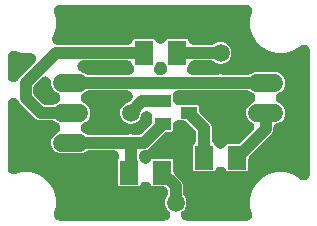
<source format=gbr>
G04 EAGLE Gerber RS-274X export*
G75*
%MOMM*%
%FSLAX34Y34*%
%LPD*%
%INTop Copper*%
%IPPOS*%
%AMOC8*
5,1,8,0,0,1.08239X$1,22.5*%
G01*
%ADD10R,1.600000X2.000000*%
%ADD11R,1.400000X1.000000*%
%ADD12C,1.508000*%
%ADD13C,1.000000*%
%ADD14C,1.500000*%

G36*
X212508Y10174D02*
X212508Y10174D01*
X212715Y10178D01*
X212824Y10194D01*
X212933Y10201D01*
X213136Y10240D01*
X213341Y10270D01*
X213446Y10299D01*
X213554Y10320D01*
X213751Y10384D01*
X213950Y10440D01*
X214050Y10482D01*
X214155Y10517D01*
X214342Y10605D01*
X214532Y10686D01*
X214626Y10740D01*
X214726Y10787D01*
X214900Y10899D01*
X215079Y11003D01*
X215166Y11069D01*
X215258Y11128D01*
X215417Y11261D01*
X215581Y11386D01*
X215659Y11463D01*
X215743Y11533D01*
X215884Y11685D01*
X216031Y11830D01*
X216099Y11916D01*
X216173Y11997D01*
X216294Y12164D01*
X216422Y12327D01*
X216478Y12421D01*
X216542Y12510D01*
X216640Y12692D01*
X216746Y12870D01*
X216790Y12970D01*
X216842Y13066D01*
X216917Y13259D01*
X217000Y13449D01*
X217030Y13554D01*
X217070Y13656D01*
X217120Y13857D01*
X217178Y14055D01*
X217195Y14164D01*
X217222Y14270D01*
X217245Y14475D01*
X217278Y14679D01*
X217282Y14789D01*
X217295Y14897D01*
X217292Y15104D01*
X217299Y15311D01*
X217289Y15420D01*
X217288Y15530D01*
X217260Y15734D01*
X217240Y15940D01*
X217214Y16063D01*
X217201Y16156D01*
X217169Y16274D01*
X217131Y16454D01*
X215639Y22022D01*
X215639Y28778D01*
X217388Y35305D01*
X220766Y41156D01*
X225544Y45934D01*
X231395Y49312D01*
X237922Y51061D01*
X244678Y51061D01*
X251205Y49312D01*
X257056Y45934D01*
X257405Y45585D01*
X257593Y45419D01*
X257777Y45249D01*
X257830Y45210D01*
X257879Y45167D01*
X258087Y45026D01*
X258290Y44880D01*
X258348Y44849D01*
X258402Y44812D01*
X258627Y44699D01*
X258846Y44580D01*
X258908Y44556D01*
X258966Y44527D01*
X259202Y44442D01*
X259436Y44352D01*
X259500Y44336D01*
X259562Y44314D01*
X259806Y44261D01*
X260050Y44200D01*
X260115Y44193D01*
X260179Y44179D01*
X260429Y44156D01*
X260677Y44127D01*
X260743Y44128D01*
X260809Y44122D01*
X261060Y44131D01*
X261310Y44134D01*
X261375Y44143D01*
X261440Y44146D01*
X261688Y44186D01*
X261936Y44221D01*
X261999Y44238D01*
X262064Y44248D01*
X262304Y44320D01*
X262546Y44385D01*
X262607Y44410D01*
X262670Y44429D01*
X262899Y44531D01*
X263130Y44626D01*
X263188Y44658D01*
X263248Y44685D01*
X263462Y44814D01*
X263680Y44938D01*
X263733Y44978D01*
X263789Y45012D01*
X263985Y45167D01*
X264186Y45317D01*
X264233Y45363D01*
X264284Y45404D01*
X264460Y45583D01*
X264640Y45757D01*
X264681Y45809D01*
X264727Y45856D01*
X264878Y46055D01*
X265034Y46251D01*
X265069Y46307D01*
X265108Y46360D01*
X265233Y46577D01*
X265364Y46791D01*
X265390Y46851D01*
X265423Y46908D01*
X265520Y47139D01*
X265622Y47367D01*
X265641Y47430D01*
X265666Y47491D01*
X265733Y47733D01*
X265806Y47972D01*
X265817Y48037D01*
X265834Y48100D01*
X265870Y48348D01*
X265912Y48595D01*
X265916Y48669D01*
X265924Y48726D01*
X265926Y48866D01*
X265939Y49120D01*
X265939Y154080D01*
X265923Y154330D01*
X265914Y154581D01*
X265903Y154645D01*
X265899Y154711D01*
X265852Y154958D01*
X265811Y155204D01*
X265793Y155267D01*
X265780Y155332D01*
X265702Y155571D01*
X265630Y155810D01*
X265604Y155870D01*
X265583Y155933D01*
X265476Y156159D01*
X265375Y156388D01*
X265341Y156444D01*
X265313Y156504D01*
X265177Y156715D01*
X265048Y156929D01*
X265007Y156981D01*
X264972Y157036D01*
X264811Y157229D01*
X264656Y157425D01*
X264609Y157471D01*
X264567Y157521D01*
X264383Y157692D01*
X264204Y157867D01*
X264152Y157907D01*
X264103Y157951D01*
X263900Y158097D01*
X263700Y158249D01*
X263643Y158281D01*
X263590Y158320D01*
X263370Y158439D01*
X263152Y158564D01*
X263091Y158589D01*
X263034Y158620D01*
X262800Y158710D01*
X262569Y158807D01*
X262505Y158824D01*
X262444Y158848D01*
X262201Y158908D01*
X261959Y158975D01*
X261894Y158984D01*
X261830Y159000D01*
X261582Y159028D01*
X261333Y159064D01*
X261268Y159065D01*
X261203Y159073D01*
X260953Y159070D01*
X260701Y159074D01*
X260636Y159067D01*
X260570Y159066D01*
X260322Y159032D01*
X260073Y159004D01*
X260009Y158988D01*
X259944Y158979D01*
X259702Y158914D01*
X259459Y158855D01*
X259397Y158832D01*
X259334Y158815D01*
X259103Y158719D01*
X258868Y158630D01*
X258810Y158599D01*
X258750Y158574D01*
X258532Y158450D01*
X258311Y158332D01*
X258257Y158294D01*
X258200Y158262D01*
X258000Y158111D01*
X257795Y157966D01*
X257741Y157917D01*
X257694Y157883D01*
X257594Y157785D01*
X257405Y157615D01*
X257056Y157266D01*
X251205Y153888D01*
X244678Y152139D01*
X237922Y152139D01*
X231395Y153888D01*
X225544Y157266D01*
X220766Y162044D01*
X217388Y167895D01*
X215639Y174422D01*
X215639Y181178D01*
X217104Y186646D01*
X217145Y186849D01*
X217195Y187050D01*
X217207Y187158D01*
X217229Y187266D01*
X217244Y187472D01*
X217268Y187677D01*
X217267Y187787D01*
X217275Y187896D01*
X217263Y188103D01*
X217261Y188310D01*
X217246Y188418D01*
X217240Y188527D01*
X217203Y188731D01*
X217175Y188936D01*
X217146Y189042D01*
X217126Y189149D01*
X217064Y189346D01*
X217010Y189546D01*
X216968Y189647D01*
X216935Y189752D01*
X216848Y189939D01*
X216769Y190130D01*
X216715Y190226D01*
X216669Y190325D01*
X216559Y190500D01*
X216457Y190680D01*
X216391Y190768D01*
X216333Y190860D01*
X216202Y191020D01*
X216078Y191186D01*
X216002Y191264D01*
X215932Y191349D01*
X215782Y191491D01*
X215638Y191640D01*
X215552Y191708D01*
X215473Y191783D01*
X215306Y191905D01*
X215144Y192034D01*
X215051Y192091D01*
X214962Y192156D01*
X214781Y192256D01*
X214605Y192364D01*
X214505Y192408D01*
X214409Y192461D01*
X214216Y192538D01*
X214028Y192622D01*
X213923Y192654D01*
X213821Y192694D01*
X213621Y192746D01*
X213423Y192806D01*
X213315Y192824D01*
X213209Y192851D01*
X213004Y192877D01*
X212800Y192912D01*
X212674Y192918D01*
X212582Y192930D01*
X212458Y192930D01*
X212275Y192939D01*
X54425Y192939D01*
X54218Y192926D01*
X54011Y192922D01*
X53903Y192906D01*
X53794Y192899D01*
X53591Y192860D01*
X53386Y192830D01*
X53281Y192801D01*
X53173Y192780D01*
X52976Y192716D01*
X52777Y192660D01*
X52676Y192618D01*
X52572Y192583D01*
X52385Y192495D01*
X52195Y192414D01*
X52100Y192360D01*
X52001Y192313D01*
X51826Y192201D01*
X51648Y192097D01*
X51561Y192031D01*
X51469Y191972D01*
X51310Y191839D01*
X51146Y191714D01*
X51068Y191637D01*
X50984Y191567D01*
X50843Y191415D01*
X50696Y191270D01*
X50628Y191184D01*
X50553Y191103D01*
X50433Y190936D01*
X50305Y190773D01*
X50249Y190679D01*
X50185Y190590D01*
X50087Y190408D01*
X49981Y190230D01*
X49937Y190130D01*
X49885Y190034D01*
X49810Y189840D01*
X49727Y189651D01*
X49696Y189546D01*
X49657Y189444D01*
X49607Y189243D01*
X49549Y189045D01*
X49531Y188936D01*
X49505Y188830D01*
X49481Y188625D01*
X49448Y188421D01*
X49445Y188311D01*
X49432Y188203D01*
X49434Y187996D01*
X49428Y187789D01*
X49438Y187680D01*
X49439Y187570D01*
X49467Y187366D01*
X49487Y187160D01*
X49513Y187037D01*
X49525Y186944D01*
X49557Y186826D01*
X49596Y186646D01*
X51061Y181178D01*
X51061Y174422D01*
X49312Y167895D01*
X48462Y166424D01*
X48361Y166218D01*
X48252Y166018D01*
X48220Y165936D01*
X48181Y165857D01*
X48107Y165641D01*
X48024Y165428D01*
X48003Y165343D01*
X47974Y165260D01*
X47927Y165037D01*
X47872Y164814D01*
X47862Y164727D01*
X47844Y164642D01*
X47826Y164414D01*
X47799Y164187D01*
X47800Y164099D01*
X47793Y164012D01*
X47804Y163783D01*
X47806Y163554D01*
X47818Y163468D01*
X47822Y163380D01*
X47861Y163155D01*
X47893Y162928D01*
X47916Y162844D01*
X47931Y162757D01*
X47998Y162539D01*
X48057Y162318D01*
X48091Y162237D01*
X48117Y162153D01*
X48211Y161945D01*
X48298Y161734D01*
X48341Y161657D01*
X48377Y161578D01*
X48497Y161383D01*
X48610Y161184D01*
X48663Y161114D01*
X48709Y161039D01*
X48852Y160861D01*
X48989Y160678D01*
X49050Y160615D01*
X49105Y160547D01*
X49270Y160389D01*
X49429Y160224D01*
X49498Y160170D01*
X49561Y160109D01*
X49744Y159973D01*
X49923Y159830D01*
X49998Y159784D01*
X50068Y159732D01*
X50267Y159620D01*
X50463Y159500D01*
X50543Y159465D01*
X50619Y159422D01*
X50831Y159335D01*
X51039Y159242D01*
X51123Y159216D01*
X51204Y159183D01*
X51425Y159125D01*
X51644Y159058D01*
X51731Y159044D01*
X51815Y159021D01*
X52042Y158991D01*
X52267Y158952D01*
X52366Y158947D01*
X52442Y158937D01*
X52576Y158936D01*
X52792Y158925D01*
X111270Y158925D01*
X111422Y158934D01*
X111574Y158934D01*
X111737Y158954D01*
X111901Y158965D01*
X112050Y158993D01*
X112201Y159012D01*
X112360Y159053D01*
X112521Y159084D01*
X112666Y159131D01*
X112813Y159169D01*
X112966Y159229D01*
X113122Y159281D01*
X113260Y159346D01*
X113401Y159402D01*
X113545Y159481D01*
X113693Y159551D01*
X113821Y159633D01*
X113955Y159707D01*
X114087Y159804D01*
X114226Y159892D01*
X114342Y159990D01*
X114465Y160079D01*
X114585Y160192D01*
X114711Y160297D01*
X114814Y160409D01*
X114925Y160513D01*
X115029Y160640D01*
X115141Y160761D01*
X115229Y160884D01*
X115326Y161002D01*
X115414Y161141D01*
X115509Y161274D01*
X115581Y161408D01*
X115662Y161537D01*
X115748Y161717D01*
X115810Y161830D01*
X115840Y161909D01*
X115888Y162011D01*
X116407Y163264D01*
X116836Y163693D01*
X117397Y163925D01*
X134003Y163925D01*
X134564Y163693D01*
X134993Y163264D01*
X135081Y163050D01*
X135192Y162824D01*
X135296Y162597D01*
X135331Y162541D01*
X135360Y162482D01*
X135497Y162274D01*
X135630Y162060D01*
X135671Y162009D01*
X135707Y161954D01*
X135870Y161765D01*
X136029Y161570D01*
X136076Y161524D01*
X136119Y161474D01*
X136305Y161306D01*
X136486Y161133D01*
X136539Y161095D01*
X136588Y161050D01*
X136794Y160907D01*
X136995Y160758D01*
X137052Y160727D01*
X137106Y160689D01*
X137328Y160573D01*
X137547Y160451D01*
X137608Y160426D01*
X137666Y160396D01*
X137901Y160309D01*
X138134Y160215D01*
X138197Y160199D01*
X138259Y160176D01*
X138503Y160119D01*
X138745Y160055D01*
X138810Y160047D01*
X138874Y160032D01*
X139124Y160006D01*
X139372Y159974D01*
X139438Y159974D01*
X139503Y159967D01*
X139754Y159973D01*
X140004Y159973D01*
X140070Y159981D01*
X140135Y159982D01*
X140382Y160020D01*
X140631Y160051D01*
X140695Y160067D01*
X140760Y160077D01*
X141001Y160146D01*
X141244Y160208D01*
X141305Y160232D01*
X141368Y160250D01*
X141599Y160348D01*
X141831Y160441D01*
X141889Y160472D01*
X141949Y160498D01*
X142166Y160625D01*
X142385Y160746D01*
X142438Y160784D01*
X142495Y160818D01*
X142694Y160971D01*
X142896Y161118D01*
X142943Y161163D01*
X142995Y161203D01*
X143173Y161380D01*
X143355Y161552D01*
X143397Y161603D01*
X143443Y161649D01*
X143598Y161847D01*
X143756Y162041D01*
X143791Y162096D01*
X143832Y162148D01*
X143959Y162363D01*
X144093Y162576D01*
X144124Y162642D01*
X144154Y162692D01*
X144209Y162820D01*
X144319Y163050D01*
X144407Y163264D01*
X144836Y163693D01*
X145397Y163925D01*
X162003Y163925D01*
X162564Y163693D01*
X162993Y163264D01*
X163512Y162011D01*
X163579Y161874D01*
X163636Y161734D01*
X163718Y161591D01*
X163790Y161443D01*
X163873Y161316D01*
X163949Y161184D01*
X164047Y161053D01*
X164138Y160916D01*
X164237Y160800D01*
X164328Y160678D01*
X164442Y160560D01*
X164549Y160436D01*
X164662Y160334D01*
X164768Y160224D01*
X164896Y160122D01*
X165018Y160012D01*
X165143Y159925D01*
X165262Y159830D01*
X165402Y159744D01*
X165536Y159650D01*
X165671Y159580D01*
X165801Y159500D01*
X165951Y159433D01*
X166096Y159357D01*
X166239Y159304D01*
X166378Y159242D01*
X166535Y159194D01*
X166689Y159137D01*
X166837Y159102D01*
X166983Y159058D01*
X167145Y159031D01*
X167304Y158993D01*
X167456Y158978D01*
X167606Y158952D01*
X167805Y158942D01*
X167933Y158929D01*
X168018Y158931D01*
X168130Y158925D01*
X182191Y158925D01*
X182310Y158932D01*
X182430Y158930D01*
X182626Y158952D01*
X182822Y158965D01*
X182939Y158987D01*
X183058Y159000D01*
X183249Y159047D01*
X183443Y159084D01*
X183556Y159121D01*
X183672Y159149D01*
X183856Y159219D01*
X184043Y159281D01*
X184151Y159332D01*
X184263Y159374D01*
X184436Y159467D01*
X184615Y159551D01*
X184715Y159616D01*
X184820Y159672D01*
X184981Y159786D01*
X185147Y159892D01*
X185239Y159969D01*
X185307Y160017D01*
X188705Y161425D01*
X192295Y161425D01*
X195612Y160051D01*
X198151Y157512D01*
X199525Y154195D01*
X199525Y150605D01*
X198151Y147288D01*
X195612Y144749D01*
X191734Y143143D01*
X191480Y143018D01*
X191223Y142897D01*
X191195Y142879D01*
X191166Y142864D01*
X190930Y142709D01*
X190691Y142556D01*
X190666Y142535D01*
X190638Y142517D01*
X190499Y142397D01*
X190494Y142400D01*
X190275Y142580D01*
X190248Y142598D01*
X190222Y142618D01*
X189980Y142766D01*
X189740Y142917D01*
X189708Y142932D01*
X189682Y142948D01*
X189567Y142999D01*
X189266Y143143D01*
X185302Y144785D01*
X185252Y144829D01*
X185153Y144896D01*
X185060Y144970D01*
X184892Y145073D01*
X184729Y145183D01*
X184622Y145237D01*
X184520Y145300D01*
X184340Y145380D01*
X184165Y145469D01*
X184052Y145509D01*
X183943Y145558D01*
X183755Y145615D01*
X183569Y145682D01*
X183453Y145707D01*
X183339Y145742D01*
X183144Y145775D01*
X182952Y145817D01*
X182833Y145828D01*
X182715Y145848D01*
X182462Y145861D01*
X182322Y145874D01*
X182265Y145871D01*
X182191Y145875D01*
X168130Y145875D01*
X167978Y145866D01*
X167826Y145866D01*
X167663Y145846D01*
X167499Y145835D01*
X167350Y145807D01*
X167199Y145788D01*
X167040Y145747D01*
X166879Y145716D01*
X166734Y145669D01*
X166587Y145631D01*
X166434Y145571D01*
X166278Y145519D01*
X166140Y145454D01*
X165999Y145398D01*
X165855Y145319D01*
X165707Y145249D01*
X165579Y145167D01*
X165445Y145093D01*
X165313Y144996D01*
X165174Y144908D01*
X165058Y144810D01*
X164935Y144721D01*
X164815Y144608D01*
X164689Y144503D01*
X164586Y144391D01*
X164475Y144287D01*
X164371Y144160D01*
X164259Y144039D01*
X164171Y143916D01*
X164074Y143798D01*
X163986Y143659D01*
X163891Y143526D01*
X163819Y143392D01*
X163738Y143263D01*
X163652Y143083D01*
X163590Y142970D01*
X163560Y142891D01*
X163512Y142789D01*
X162885Y141278D01*
X162811Y141174D01*
X162780Y141116D01*
X162743Y141062D01*
X162629Y140838D01*
X162511Y140618D01*
X162487Y140556D01*
X162457Y140498D01*
X162373Y140262D01*
X162283Y140028D01*
X162267Y139964D01*
X162245Y139903D01*
X162191Y139658D01*
X162131Y139414D01*
X162123Y139349D01*
X162109Y139285D01*
X162087Y139036D01*
X162058Y138787D01*
X162059Y138721D01*
X162053Y138656D01*
X162062Y138405D01*
X162065Y138154D01*
X162074Y138090D01*
X162076Y138024D01*
X162117Y137777D01*
X162151Y137528D01*
X162168Y137465D01*
X162179Y137400D01*
X162251Y137160D01*
X162316Y136918D01*
X162341Y136858D01*
X162360Y136795D01*
X162461Y136565D01*
X162556Y136334D01*
X162589Y136277D01*
X162615Y136217D01*
X162745Y136002D01*
X162869Y135784D01*
X162908Y135731D01*
X162942Y135675D01*
X163097Y135479D01*
X163248Y135278D01*
X163294Y135231D01*
X163334Y135180D01*
X163513Y135004D01*
X163688Y134824D01*
X163739Y134783D01*
X163786Y134738D01*
X163986Y134586D01*
X164182Y134430D01*
X164238Y134396D01*
X164290Y134356D01*
X164507Y134231D01*
X164721Y134100D01*
X164781Y134074D01*
X164838Y134041D01*
X165069Y133944D01*
X165298Y133842D01*
X165361Y133823D01*
X165421Y133798D01*
X165663Y133731D01*
X165903Y133658D01*
X165967Y133647D01*
X166031Y133630D01*
X166278Y133594D01*
X166526Y133552D01*
X166599Y133548D01*
X166656Y133540D01*
X166796Y133538D01*
X167050Y133525D01*
X187353Y133525D01*
X187635Y133543D01*
X187919Y133557D01*
X187951Y133563D01*
X187984Y133565D01*
X188262Y133618D01*
X188541Y133668D01*
X188572Y133678D01*
X188605Y133684D01*
X188875Y133772D01*
X189144Y133857D01*
X189174Y133870D01*
X189206Y133881D01*
X189463Y134002D01*
X189719Y134120D01*
X189747Y134137D01*
X189777Y134151D01*
X190015Y134304D01*
X190256Y134454D01*
X190281Y134474D01*
X190309Y134492D01*
X190499Y134651D01*
X190557Y134606D01*
X190778Y134430D01*
X190806Y134413D01*
X190832Y134392D01*
X191076Y134248D01*
X191318Y134100D01*
X191348Y134087D01*
X191376Y134070D01*
X191635Y133958D01*
X191894Y133842D01*
X191926Y133832D01*
X191956Y133819D01*
X192228Y133741D01*
X192499Y133658D01*
X192532Y133653D01*
X192563Y133644D01*
X192843Y133600D01*
X193122Y133552D01*
X193159Y133550D01*
X193188Y133546D01*
X193313Y133542D01*
X193647Y133525D01*
X212695Y133525D01*
X212814Y133532D01*
X212933Y133530D01*
X213129Y133552D01*
X213325Y133565D01*
X213442Y133587D01*
X213561Y133600D01*
X213753Y133647D01*
X213946Y133684D01*
X214060Y133721D01*
X214176Y133749D01*
X214359Y133819D01*
X214547Y133881D01*
X214655Y133932D01*
X214766Y133974D01*
X214940Y134067D01*
X215118Y134151D01*
X215219Y134216D01*
X215324Y134272D01*
X215484Y134386D01*
X215650Y134492D01*
X215742Y134569D01*
X215839Y134638D01*
X215863Y134659D01*
X219257Y136065D01*
X237943Y136065D01*
X241275Y134685D01*
X243825Y132135D01*
X245205Y128803D01*
X245205Y125197D01*
X243825Y121865D01*
X241275Y119315D01*
X240317Y118919D01*
X240092Y118808D01*
X239865Y118704D01*
X239809Y118669D01*
X239750Y118640D01*
X239541Y118503D01*
X239328Y118370D01*
X239277Y118329D01*
X239222Y118293D01*
X239032Y118130D01*
X238837Y117971D01*
X238792Y117924D01*
X238742Y117881D01*
X238574Y117695D01*
X238401Y117514D01*
X238362Y117461D01*
X238318Y117412D01*
X238175Y117207D01*
X238026Y117005D01*
X237994Y116948D01*
X237957Y116894D01*
X237841Y116672D01*
X237718Y116453D01*
X237694Y116392D01*
X237664Y116334D01*
X237576Y116099D01*
X237483Y115866D01*
X237466Y115803D01*
X237443Y115741D01*
X237386Y115497D01*
X237323Y115255D01*
X237315Y115190D01*
X237300Y115126D01*
X237274Y114876D01*
X237242Y114628D01*
X237242Y114562D01*
X237235Y114497D01*
X237241Y114246D01*
X237240Y113996D01*
X237249Y113931D01*
X237250Y113865D01*
X237288Y113618D01*
X237319Y113369D01*
X237335Y113305D01*
X237345Y113240D01*
X237413Y113000D01*
X237475Y112756D01*
X237500Y112695D01*
X237518Y112632D01*
X237616Y112402D01*
X237708Y112169D01*
X237740Y112111D01*
X237766Y112051D01*
X237893Y111834D01*
X238013Y111615D01*
X238052Y111562D01*
X238085Y111505D01*
X238238Y111307D01*
X238386Y111104D01*
X238431Y111057D01*
X238471Y111005D01*
X238648Y110827D01*
X238820Y110645D01*
X238871Y110603D01*
X238917Y110557D01*
X239114Y110403D01*
X239308Y110244D01*
X239364Y110209D01*
X239416Y110168D01*
X239631Y110041D01*
X239843Y109907D01*
X239910Y109876D01*
X239960Y109846D01*
X240088Y109791D01*
X240317Y109681D01*
X241275Y109285D01*
X243825Y106735D01*
X245205Y103403D01*
X245205Y99797D01*
X243825Y96465D01*
X241275Y93915D01*
X238211Y92646D01*
X238074Y92579D01*
X237934Y92521D01*
X237791Y92440D01*
X237643Y92368D01*
X237516Y92284D01*
X237384Y92209D01*
X237252Y92110D01*
X237115Y92020D01*
X237000Y91921D01*
X236878Y91830D01*
X236760Y91716D01*
X236636Y91609D01*
X236534Y91496D01*
X236424Y91390D01*
X236322Y91262D01*
X236212Y91140D01*
X236125Y91015D01*
X236030Y90896D01*
X235944Y90756D01*
X235850Y90621D01*
X235780Y90487D01*
X235700Y90357D01*
X235633Y90207D01*
X235557Y90061D01*
X235504Y89918D01*
X235442Y89780D01*
X235394Y89623D01*
X235337Y89469D01*
X235302Y89320D01*
X235258Y89175D01*
X235231Y89013D01*
X235193Y88853D01*
X235178Y88702D01*
X235152Y88552D01*
X235142Y88353D01*
X235129Y88224D01*
X235131Y88140D01*
X235125Y88027D01*
X235125Y86302D01*
X234131Y83904D01*
X215489Y65262D01*
X215410Y65172D01*
X215324Y65089D01*
X215201Y64935D01*
X215071Y64787D01*
X215004Y64688D01*
X214930Y64595D01*
X214827Y64427D01*
X214717Y64264D01*
X214663Y64158D01*
X214600Y64056D01*
X214520Y63876D01*
X214431Y63700D01*
X214391Y63588D01*
X214342Y63479D01*
X214285Y63290D01*
X214218Y63105D01*
X214193Y62988D01*
X214158Y62874D01*
X214125Y62680D01*
X214083Y62487D01*
X214072Y62369D01*
X214052Y62251D01*
X214039Y61997D01*
X214026Y61858D01*
X214029Y61800D01*
X214025Y61727D01*
X214025Y53197D01*
X213793Y52636D01*
X213364Y52207D01*
X212803Y51975D01*
X196197Y51975D01*
X195636Y52207D01*
X195207Y52636D01*
X195119Y52850D01*
X195008Y53076D01*
X194904Y53303D01*
X194869Y53359D01*
X194840Y53418D01*
X194703Y53626D01*
X194570Y53840D01*
X194529Y53891D01*
X194493Y53946D01*
X194330Y54135D01*
X194171Y54330D01*
X194124Y54376D01*
X194081Y54426D01*
X193895Y54594D01*
X193714Y54767D01*
X193661Y54805D01*
X193612Y54850D01*
X193406Y54993D01*
X193205Y55142D01*
X193148Y55173D01*
X193094Y55211D01*
X192872Y55327D01*
X192653Y55449D01*
X192592Y55474D01*
X192534Y55504D01*
X192299Y55591D01*
X192066Y55685D01*
X192003Y55701D01*
X191941Y55724D01*
X191697Y55781D01*
X191455Y55845D01*
X191390Y55853D01*
X191326Y55868D01*
X191076Y55894D01*
X190828Y55926D01*
X190762Y55926D01*
X190697Y55933D01*
X190446Y55927D01*
X190196Y55927D01*
X190130Y55919D01*
X190065Y55918D01*
X189818Y55880D01*
X189569Y55849D01*
X189505Y55833D01*
X189440Y55823D01*
X189199Y55754D01*
X188956Y55692D01*
X188895Y55668D01*
X188832Y55650D01*
X188601Y55552D01*
X188369Y55459D01*
X188311Y55428D01*
X188251Y55402D01*
X188034Y55275D01*
X187815Y55154D01*
X187762Y55116D01*
X187705Y55082D01*
X187506Y54929D01*
X187304Y54782D01*
X187257Y54737D01*
X187205Y54697D01*
X187027Y54520D01*
X186845Y54348D01*
X186803Y54297D01*
X186757Y54251D01*
X186602Y54053D01*
X186444Y53859D01*
X186409Y53804D01*
X186368Y53752D01*
X186241Y53537D01*
X186107Y53324D01*
X186076Y53258D01*
X186046Y53208D01*
X185991Y53080D01*
X185881Y52850D01*
X185793Y52636D01*
X185364Y52207D01*
X184803Y51975D01*
X168197Y51975D01*
X167636Y52207D01*
X167207Y52636D01*
X166975Y53197D01*
X166975Y73803D01*
X167207Y74364D01*
X167892Y75048D01*
X167985Y75109D01*
X168100Y75208D01*
X168222Y75300D01*
X168339Y75414D01*
X168464Y75521D01*
X168566Y75634D01*
X168676Y75739D01*
X168778Y75868D01*
X168888Y75989D01*
X168975Y76114D01*
X169070Y76233D01*
X169156Y76373D01*
X169250Y76508D01*
X169320Y76643D01*
X169400Y76773D01*
X169467Y76923D01*
X169543Y77068D01*
X169596Y77211D01*
X169658Y77350D01*
X169706Y77507D01*
X169763Y77661D01*
X169798Y77809D01*
X169842Y77954D01*
X169869Y78116D01*
X169907Y78276D01*
X169922Y78427D01*
X169948Y78578D01*
X169958Y78776D01*
X169971Y78905D01*
X169969Y78990D01*
X169975Y79102D01*
X169975Y83727D01*
X169968Y83846D01*
X169970Y83965D01*
X169948Y84161D01*
X169935Y84357D01*
X169913Y84474D01*
X169900Y84593D01*
X169853Y84785D01*
X169816Y84978D01*
X169779Y85092D01*
X169751Y85208D01*
X169681Y85391D01*
X169619Y85579D01*
X169568Y85687D01*
X169526Y85798D01*
X169433Y85972D01*
X169349Y86150D01*
X169284Y86251D01*
X169228Y86356D01*
X169114Y86516D01*
X169008Y86682D01*
X168931Y86774D01*
X168862Y86871D01*
X168692Y87060D01*
X168603Y87168D01*
X168560Y87207D01*
X168511Y87262D01*
X162162Y93611D01*
X162072Y93690D01*
X161989Y93776D01*
X161835Y93899D01*
X161687Y94029D01*
X161588Y94096D01*
X161495Y94170D01*
X161327Y94273D01*
X161164Y94383D01*
X161058Y94437D01*
X160956Y94500D01*
X160776Y94580D01*
X160600Y94669D01*
X160488Y94709D01*
X160379Y94758D01*
X160190Y94815D01*
X160005Y94882D01*
X159888Y94907D01*
X159774Y94942D01*
X159580Y94975D01*
X159387Y95017D01*
X159269Y95028D01*
X159151Y95048D01*
X158897Y95061D01*
X158758Y95074D01*
X158700Y95071D01*
X158627Y95075D01*
X155762Y95075D01*
X155717Y95081D01*
X155620Y95100D01*
X155526Y95108D01*
X155451Y95120D01*
X155311Y95128D01*
X155187Y95142D01*
X155088Y95141D01*
X154990Y95149D01*
X154951Y95147D01*
X154927Y95148D01*
X154924Y95148D01*
X154761Y95138D01*
X154554Y95135D01*
X154457Y95122D01*
X154359Y95117D01*
X154316Y95109D01*
X154293Y95108D01*
X154133Y95077D01*
X153928Y95049D01*
X153833Y95023D01*
X153736Y95006D01*
X153695Y94993D01*
X153672Y94989D01*
X153516Y94938D01*
X153318Y94884D01*
X153227Y94847D01*
X153133Y94817D01*
X153094Y94800D01*
X153072Y94792D01*
X152923Y94722D01*
X152734Y94644D01*
X152648Y94595D01*
X152559Y94554D01*
X152523Y94532D01*
X152501Y94521D01*
X152361Y94432D01*
X152184Y94331D01*
X152105Y94272D01*
X152022Y94220D01*
X151989Y94194D01*
X151968Y94181D01*
X151840Y94073D01*
X151678Y93952D01*
X151608Y93884D01*
X151531Y93822D01*
X151503Y93792D01*
X151483Y93775D01*
X151368Y93652D01*
X151224Y93512D01*
X151163Y93435D01*
X151095Y93364D01*
X151071Y93332D01*
X151053Y93312D01*
X150953Y93173D01*
X150830Y93019D01*
X150778Y92935D01*
X150720Y92855D01*
X150701Y92821D01*
X150685Y92798D01*
X150602Y92646D01*
X150500Y92479D01*
X150460Y92389D01*
X150412Y92303D01*
X150398Y92268D01*
X150384Y92242D01*
X150321Y92078D01*
X150242Y91902D01*
X150213Y91808D01*
X150177Y91717D01*
X150167Y91681D01*
X150156Y91653D01*
X150113Y91479D01*
X150058Y91297D01*
X150042Y91200D01*
X150017Y91105D01*
X150012Y91070D01*
X150005Y91039D01*
X149984Y90859D01*
X149952Y90674D01*
X149946Y90562D01*
X149936Y90478D01*
X149935Y90444D01*
X149932Y90411D01*
X149933Y90303D01*
X149925Y90150D01*
X149925Y86797D01*
X149693Y86236D01*
X149264Y85807D01*
X148703Y85575D01*
X146173Y85575D01*
X146054Y85568D01*
X145935Y85570D01*
X145739Y85548D01*
X145543Y85535D01*
X145426Y85513D01*
X145307Y85500D01*
X145115Y85453D01*
X144922Y85416D01*
X144808Y85379D01*
X144692Y85351D01*
X144509Y85281D01*
X144321Y85219D01*
X144213Y85168D01*
X144102Y85126D01*
X143928Y85033D01*
X143750Y84949D01*
X143649Y84884D01*
X143544Y84828D01*
X143384Y84714D01*
X143218Y84608D01*
X143126Y84531D01*
X143029Y84462D01*
X142840Y84292D01*
X142732Y84203D01*
X142693Y84160D01*
X142638Y84111D01*
X129386Y70859D01*
X129221Y70671D01*
X129050Y70487D01*
X129012Y70434D01*
X128969Y70385D01*
X128828Y70177D01*
X128682Y69974D01*
X128651Y69916D01*
X128614Y69861D01*
X128500Y69637D01*
X128479Y69597D01*
X128422Y69606D01*
X128174Y69648D01*
X128101Y69652D01*
X128044Y69660D01*
X127904Y69662D01*
X127650Y69675D01*
X126350Y69675D01*
X126100Y69659D01*
X125849Y69650D01*
X125785Y69639D01*
X125719Y69635D01*
X125473Y69588D01*
X125226Y69547D01*
X125163Y69528D01*
X125099Y69516D01*
X124860Y69438D01*
X124620Y69366D01*
X124560Y69340D01*
X124498Y69319D01*
X124271Y69212D01*
X124042Y69111D01*
X123986Y69077D01*
X123927Y69049D01*
X123716Y68913D01*
X123501Y68784D01*
X123450Y68743D01*
X123394Y68708D01*
X123202Y68547D01*
X123005Y68391D01*
X122960Y68345D01*
X122909Y68303D01*
X122739Y68119D01*
X122563Y67940D01*
X122524Y67887D01*
X122479Y67839D01*
X122333Y67636D01*
X122182Y67436D01*
X122149Y67379D01*
X122111Y67326D01*
X121992Y67106D01*
X121867Y66888D01*
X121842Y66827D01*
X121811Y66770D01*
X121720Y66536D01*
X121624Y66304D01*
X121606Y66241D01*
X121583Y66180D01*
X121522Y65936D01*
X121456Y65695D01*
X121447Y65630D01*
X121431Y65566D01*
X121402Y65318D01*
X121366Y65069D01*
X121365Y65003D01*
X121358Y64939D01*
X121361Y64688D01*
X121357Y64437D01*
X121364Y64372D01*
X121365Y64306D01*
X121399Y64058D01*
X121427Y63809D01*
X121442Y63745D01*
X121451Y63680D01*
X121516Y63439D01*
X121576Y63195D01*
X121599Y63133D01*
X121616Y63070D01*
X121711Y62839D01*
X121801Y62604D01*
X121832Y62546D01*
X121856Y62486D01*
X121980Y62268D01*
X122098Y62046D01*
X122136Y61993D01*
X122169Y61936D01*
X122193Y61903D01*
X122381Y61450D01*
X122491Y61225D01*
X122596Y60997D01*
X122631Y60941D01*
X122660Y60882D01*
X122797Y60673D01*
X122930Y60460D01*
X122971Y60409D01*
X123007Y60354D01*
X123171Y60164D01*
X123328Y59970D01*
X123376Y59924D01*
X123419Y59874D01*
X123605Y59706D01*
X123786Y59533D01*
X123839Y59495D01*
X123888Y59450D01*
X124093Y59307D01*
X124295Y59159D01*
X124352Y59127D01*
X124406Y59089D01*
X124628Y58973D01*
X124847Y58851D01*
X124908Y58826D01*
X124966Y58796D01*
X125201Y58709D01*
X125434Y58615D01*
X125497Y58599D01*
X125559Y58576D01*
X125802Y58519D01*
X126045Y58455D01*
X126110Y58447D01*
X126174Y58432D01*
X126423Y58406D01*
X126672Y58374D01*
X126737Y58374D01*
X126803Y58367D01*
X127054Y58373D01*
X127304Y58373D01*
X127369Y58381D01*
X127435Y58382D01*
X127683Y58420D01*
X127931Y58451D01*
X127995Y58467D01*
X128060Y58477D01*
X128301Y58546D01*
X128544Y58608D01*
X128604Y58632D01*
X128668Y58650D01*
X128899Y58748D01*
X129131Y58840D01*
X129189Y58872D01*
X129249Y58898D01*
X129466Y59025D01*
X129685Y59146D01*
X129738Y59184D01*
X129795Y59217D01*
X129993Y59370D01*
X130196Y59518D01*
X130243Y59563D01*
X130295Y59603D01*
X130473Y59780D01*
X130655Y59952D01*
X130697Y60003D01*
X130743Y60049D01*
X130897Y60246D01*
X131056Y60440D01*
X131091Y60496D01*
X131132Y60548D01*
X131259Y60764D01*
X131393Y60976D01*
X131424Y61042D01*
X131454Y61092D01*
X131509Y61220D01*
X131619Y61450D01*
X131815Y61923D01*
X131889Y62026D01*
X131920Y62084D01*
X131957Y62138D01*
X132071Y62362D01*
X132092Y62403D01*
X132150Y62394D01*
X132397Y62352D01*
X132470Y62348D01*
X132528Y62340D01*
X132668Y62338D01*
X132921Y62325D01*
X149303Y62325D01*
X149864Y62093D01*
X150293Y61664D01*
X150525Y61103D01*
X150525Y52573D01*
X150532Y52454D01*
X150530Y52335D01*
X150552Y52139D01*
X150565Y51943D01*
X150587Y51826D01*
X150600Y51707D01*
X150647Y51515D01*
X150684Y51322D01*
X150721Y51208D01*
X150749Y51092D01*
X150819Y50909D01*
X150881Y50721D01*
X150932Y50613D01*
X150974Y50502D01*
X151067Y50328D01*
X151151Y50150D01*
X151216Y50049D01*
X151272Y49944D01*
X151386Y49784D01*
X151492Y49618D01*
X151569Y49526D01*
X151638Y49429D01*
X151808Y49240D01*
X151897Y49132D01*
X151940Y49093D01*
X151989Y49038D01*
X157931Y43096D01*
X158925Y40698D01*
X158925Y33709D01*
X158932Y33590D01*
X158930Y33470D01*
X158952Y33274D01*
X158965Y33078D01*
X158987Y32961D01*
X159000Y32842D01*
X159047Y32651D01*
X159084Y32457D01*
X159121Y32344D01*
X159149Y32228D01*
X159219Y32044D01*
X159281Y31857D01*
X159332Y31749D01*
X159374Y31637D01*
X159467Y31464D01*
X159551Y31285D01*
X159616Y31185D01*
X159672Y31080D01*
X159786Y30919D01*
X159892Y30753D01*
X159969Y30661D01*
X160017Y30593D01*
X161425Y27195D01*
X161425Y23605D01*
X160051Y20288D01*
X158458Y18695D01*
X158292Y18507D01*
X158122Y18323D01*
X158084Y18270D01*
X158040Y18221D01*
X157899Y18013D01*
X157754Y17810D01*
X157722Y17752D01*
X157685Y17697D01*
X157572Y17474D01*
X157453Y17254D01*
X157429Y17192D01*
X157400Y17134D01*
X157316Y16898D01*
X157225Y16664D01*
X157209Y16600D01*
X157187Y16538D01*
X157134Y16294D01*
X157074Y16050D01*
X157066Y15985D01*
X157052Y15921D01*
X157029Y15671D01*
X157001Y15423D01*
X157001Y15357D01*
X156995Y15291D01*
X157005Y15040D01*
X157007Y14790D01*
X157016Y14725D01*
X157019Y14660D01*
X157060Y14412D01*
X157094Y14164D01*
X157111Y14101D01*
X157122Y14036D01*
X157193Y13796D01*
X157259Y13554D01*
X157284Y13493D01*
X157302Y13430D01*
X157404Y13201D01*
X157499Y12970D01*
X157531Y12912D01*
X157558Y12852D01*
X157688Y12638D01*
X157811Y12420D01*
X157851Y12367D01*
X157885Y12311D01*
X158040Y12115D01*
X158191Y11914D01*
X158236Y11867D01*
X158277Y11816D01*
X158456Y11640D01*
X158630Y11460D01*
X158682Y11419D01*
X158729Y11373D01*
X158929Y11222D01*
X159124Y11066D01*
X159180Y11031D01*
X159233Y10992D01*
X159450Y10867D01*
X159664Y10736D01*
X159724Y10709D01*
X159781Y10677D01*
X160012Y10580D01*
X160241Y10478D01*
X160303Y10459D01*
X160364Y10433D01*
X160606Y10367D01*
X160845Y10294D01*
X160910Y10283D01*
X160974Y10266D01*
X161221Y10230D01*
X161469Y10188D01*
X161542Y10184D01*
X161599Y10176D01*
X161739Y10174D01*
X161993Y10161D01*
X212302Y10161D01*
X212508Y10174D01*
G37*
G36*
X143057Y10177D02*
X143057Y10177D01*
X143308Y10186D01*
X143373Y10197D01*
X143438Y10201D01*
X143684Y10248D01*
X143931Y10289D01*
X143994Y10308D01*
X144059Y10320D01*
X144297Y10398D01*
X144537Y10470D01*
X144597Y10496D01*
X144659Y10517D01*
X144886Y10624D01*
X145115Y10725D01*
X145171Y10759D01*
X145231Y10787D01*
X145442Y10923D01*
X145656Y11052D01*
X145707Y11093D01*
X145763Y11128D01*
X145956Y11289D01*
X146152Y11444D01*
X146198Y11491D01*
X146248Y11533D01*
X146419Y11717D01*
X146594Y11896D01*
X146633Y11948D01*
X146678Y11997D01*
X146824Y12200D01*
X146975Y12400D01*
X147008Y12457D01*
X147046Y12510D01*
X147165Y12731D01*
X147290Y12948D01*
X147316Y13009D01*
X147347Y13066D01*
X147437Y13300D01*
X147534Y13531D01*
X147551Y13595D01*
X147575Y13656D01*
X147635Y13899D01*
X147701Y14141D01*
X147711Y14206D01*
X147726Y14270D01*
X147755Y14518D01*
X147791Y14766D01*
X147792Y14832D01*
X147799Y14897D01*
X147797Y15147D01*
X147801Y15398D01*
X147793Y15464D01*
X147793Y15530D01*
X147759Y15777D01*
X147731Y16027D01*
X147715Y16091D01*
X147706Y16156D01*
X147641Y16397D01*
X147582Y16641D01*
X147559Y16703D01*
X147541Y16766D01*
X147446Y16997D01*
X147357Y17232D01*
X147326Y17290D01*
X147301Y17350D01*
X147177Y17568D01*
X147059Y17789D01*
X147021Y17843D01*
X146989Y17900D01*
X146838Y18101D01*
X146693Y18305D01*
X146644Y18359D01*
X146609Y18406D01*
X146512Y18506D01*
X146342Y18695D01*
X144749Y20288D01*
X143375Y23605D01*
X143375Y27195D01*
X144785Y30598D01*
X144829Y30648D01*
X144896Y30747D01*
X144970Y30840D01*
X145073Y31008D01*
X145183Y31171D01*
X145237Y31278D01*
X145300Y31380D01*
X145380Y31560D01*
X145469Y31735D01*
X145509Y31848D01*
X145558Y31957D01*
X145615Y32145D01*
X145682Y32331D01*
X145707Y32447D01*
X145742Y32561D01*
X145775Y32756D01*
X145817Y32948D01*
X145828Y33067D01*
X145848Y33185D01*
X145861Y33438D01*
X145874Y33578D01*
X145871Y33635D01*
X145875Y33709D01*
X145875Y34276D01*
X145864Y34461D01*
X145862Y34646D01*
X145844Y34776D01*
X145835Y34907D01*
X145800Y35088D01*
X145775Y35272D01*
X145741Y35398D01*
X145716Y35528D01*
X145658Y35704D01*
X145610Y35882D01*
X145560Y36003D01*
X145519Y36128D01*
X145440Y36296D01*
X145370Y36466D01*
X145305Y36581D01*
X145249Y36699D01*
X145149Y36855D01*
X145058Y37016D01*
X144979Y37121D01*
X144908Y37232D01*
X144789Y37374D01*
X144678Y37522D01*
X144587Y37616D01*
X144503Y37717D01*
X144367Y37843D01*
X144238Y37976D01*
X144136Y38058D01*
X144039Y38147D01*
X143889Y38255D01*
X143745Y38370D01*
X143632Y38439D01*
X143526Y38515D01*
X143363Y38603D01*
X143205Y38700D01*
X143085Y38753D01*
X142970Y38816D01*
X142797Y38882D01*
X142628Y38958D01*
X142503Y38996D01*
X142380Y39044D01*
X142200Y39088D01*
X142023Y39142D01*
X141894Y39164D01*
X141766Y39195D01*
X141583Y39217D01*
X141400Y39248D01*
X141247Y39256D01*
X141139Y39268D01*
X141030Y39267D01*
X140876Y39275D01*
X132697Y39275D01*
X132136Y39507D01*
X131707Y39936D01*
X131619Y40150D01*
X131508Y40376D01*
X131404Y40603D01*
X131369Y40659D01*
X131340Y40718D01*
X131203Y40926D01*
X131070Y41140D01*
X131029Y41191D01*
X130993Y41246D01*
X130830Y41435D01*
X130671Y41630D01*
X130624Y41676D01*
X130581Y41726D01*
X130395Y41894D01*
X130214Y42067D01*
X130161Y42105D01*
X130112Y42150D01*
X129906Y42293D01*
X129705Y42442D01*
X129648Y42473D01*
X129594Y42511D01*
X129372Y42627D01*
X129153Y42749D01*
X129092Y42774D01*
X129034Y42804D01*
X128799Y42891D01*
X128566Y42985D01*
X128503Y43001D01*
X128441Y43024D01*
X128197Y43081D01*
X127955Y43145D01*
X127890Y43153D01*
X127826Y43168D01*
X127576Y43194D01*
X127328Y43226D01*
X127262Y43226D01*
X127197Y43233D01*
X126946Y43227D01*
X126696Y43227D01*
X126630Y43219D01*
X126565Y43218D01*
X126318Y43180D01*
X126069Y43149D01*
X126005Y43133D01*
X125940Y43123D01*
X125699Y43054D01*
X125456Y42992D01*
X125395Y42968D01*
X125332Y42950D01*
X125101Y42852D01*
X124869Y42759D01*
X124811Y42728D01*
X124751Y42702D01*
X124534Y42575D01*
X124315Y42454D01*
X124262Y42416D01*
X124205Y42382D01*
X124006Y42229D01*
X123804Y42082D01*
X123757Y42037D01*
X123705Y41997D01*
X123527Y41820D01*
X123345Y41648D01*
X123303Y41597D01*
X123257Y41551D01*
X123102Y41353D01*
X122944Y41159D01*
X122909Y41104D01*
X122868Y41052D01*
X122741Y40837D01*
X122607Y40624D01*
X122576Y40558D01*
X122546Y40508D01*
X122491Y40380D01*
X122381Y40150D01*
X122293Y39936D01*
X121864Y39507D01*
X121303Y39275D01*
X104697Y39275D01*
X104136Y39507D01*
X103707Y39936D01*
X103475Y40497D01*
X103475Y61103D01*
X103815Y61923D01*
X103889Y62026D01*
X103920Y62084D01*
X103957Y62138D01*
X104071Y62362D01*
X104189Y62582D01*
X104213Y62644D01*
X104243Y62702D01*
X104327Y62938D01*
X104417Y63172D01*
X104433Y63236D01*
X104455Y63297D01*
X104509Y63542D01*
X104569Y63786D01*
X104577Y63851D01*
X104591Y63915D01*
X104613Y64164D01*
X104642Y64413D01*
X104641Y64479D01*
X104647Y64544D01*
X104638Y64795D01*
X104635Y65046D01*
X104626Y65110D01*
X104624Y65176D01*
X104583Y65423D01*
X104549Y65672D01*
X104532Y65735D01*
X104521Y65800D01*
X104449Y66040D01*
X104384Y66282D01*
X104359Y66342D01*
X104340Y66405D01*
X104239Y66635D01*
X104144Y66866D01*
X104111Y66923D01*
X104085Y66983D01*
X103955Y67198D01*
X103831Y67416D01*
X103792Y67469D01*
X103758Y67525D01*
X103603Y67721D01*
X103452Y67922D01*
X103406Y67969D01*
X103366Y68020D01*
X103187Y68196D01*
X103012Y68376D01*
X102961Y68417D01*
X102914Y68462D01*
X102714Y68614D01*
X102518Y68770D01*
X102462Y68804D01*
X102410Y68844D01*
X102193Y68969D01*
X101979Y69100D01*
X101919Y69126D01*
X101862Y69159D01*
X101631Y69256D01*
X101402Y69358D01*
X101339Y69377D01*
X101279Y69402D01*
X101037Y69469D01*
X100797Y69542D01*
X100733Y69553D01*
X100669Y69570D01*
X100422Y69606D01*
X100174Y69648D01*
X100101Y69652D01*
X100044Y69660D01*
X99904Y69662D01*
X99650Y69675D01*
X79405Y69675D01*
X79286Y69668D01*
X79167Y69670D01*
X78971Y69648D01*
X78775Y69635D01*
X78658Y69613D01*
X78539Y69600D01*
X78347Y69553D01*
X78154Y69516D01*
X78040Y69479D01*
X77924Y69451D01*
X77740Y69381D01*
X77553Y69319D01*
X77445Y69268D01*
X77334Y69226D01*
X77160Y69133D01*
X76982Y69049D01*
X76881Y68984D01*
X76776Y68928D01*
X76616Y68814D01*
X76450Y68708D01*
X76358Y68631D01*
X76261Y68562D01*
X76237Y68541D01*
X72843Y67135D01*
X54157Y67135D01*
X50825Y68515D01*
X48275Y71065D01*
X46895Y74397D01*
X46895Y78003D01*
X48275Y81335D01*
X50825Y83885D01*
X51783Y84281D01*
X52008Y84392D01*
X52235Y84496D01*
X52291Y84531D01*
X52350Y84560D01*
X52559Y84697D01*
X52772Y84830D01*
X52823Y84871D01*
X52878Y84907D01*
X53068Y85070D01*
X53263Y85229D01*
X53308Y85276D01*
X53358Y85319D01*
X53526Y85505D01*
X53699Y85686D01*
X53738Y85739D01*
X53782Y85788D01*
X53925Y85993D01*
X54074Y86195D01*
X54106Y86252D01*
X54143Y86306D01*
X54259Y86528D01*
X54382Y86747D01*
X54406Y86808D01*
X54436Y86866D01*
X54524Y87101D01*
X54617Y87334D01*
X54634Y87397D01*
X54657Y87459D01*
X54714Y87703D01*
X54777Y87945D01*
X54785Y88010D01*
X54800Y88074D01*
X54826Y88324D01*
X54858Y88572D01*
X54858Y88638D01*
X54865Y88703D01*
X54859Y88954D01*
X54860Y89204D01*
X54851Y89269D01*
X54850Y89335D01*
X54812Y89582D01*
X54781Y89831D01*
X54765Y89895D01*
X54755Y89960D01*
X54687Y90200D01*
X54625Y90444D01*
X54600Y90505D01*
X54582Y90568D01*
X54484Y90798D01*
X54392Y91031D01*
X54360Y91089D01*
X54334Y91149D01*
X54207Y91366D01*
X54087Y91585D01*
X54048Y91638D01*
X54015Y91695D01*
X53862Y91893D01*
X53714Y92096D01*
X53669Y92143D01*
X53629Y92195D01*
X53452Y92373D01*
X53280Y92555D01*
X53229Y92597D01*
X53183Y92643D01*
X52986Y92797D01*
X52792Y92956D01*
X52736Y92991D01*
X52684Y93032D01*
X52469Y93159D01*
X52257Y93293D01*
X52190Y93324D01*
X52140Y93354D01*
X52012Y93409D01*
X51783Y93519D01*
X50748Y93947D01*
X50655Y94029D01*
X50556Y94096D01*
X50463Y94170D01*
X50295Y94273D01*
X50132Y94383D01*
X50025Y94437D01*
X49924Y94500D01*
X49744Y94580D01*
X49568Y94669D01*
X49456Y94709D01*
X49347Y94758D01*
X49158Y94815D01*
X48973Y94882D01*
X48856Y94907D01*
X48742Y94942D01*
X48548Y94975D01*
X48355Y95017D01*
X48237Y95028D01*
X48119Y95048D01*
X47865Y95061D01*
X47726Y95074D01*
X47668Y95071D01*
X47595Y95075D01*
X36802Y95075D01*
X34404Y96069D01*
X19869Y110604D01*
X19779Y110821D01*
X19654Y111075D01*
X19533Y111331D01*
X19515Y111359D01*
X19500Y111389D01*
X19345Y111625D01*
X19192Y111864D01*
X19171Y111889D01*
X19153Y111916D01*
X18968Y112132D01*
X18787Y112349D01*
X18763Y112371D01*
X18741Y112396D01*
X18531Y112587D01*
X18323Y112779D01*
X18297Y112798D01*
X18272Y112820D01*
X18039Y112983D01*
X17810Y113147D01*
X17781Y113163D01*
X17754Y113182D01*
X17502Y113314D01*
X17254Y113448D01*
X17223Y113460D01*
X17194Y113475D01*
X16929Y113573D01*
X16664Y113676D01*
X16632Y113684D01*
X16601Y113695D01*
X16326Y113759D01*
X16050Y113827D01*
X16018Y113831D01*
X15986Y113839D01*
X15703Y113868D01*
X15423Y113900D01*
X15390Y113900D01*
X15357Y113903D01*
X15072Y113897D01*
X14790Y113894D01*
X14758Y113889D01*
X14725Y113888D01*
X14444Y113846D01*
X14164Y113807D01*
X14133Y113799D01*
X14100Y113794D01*
X13828Y113716D01*
X13554Y113642D01*
X13524Y113630D01*
X13492Y113621D01*
X13232Y113510D01*
X12970Y113402D01*
X12941Y113386D01*
X12911Y113373D01*
X12667Y113230D01*
X12420Y113090D01*
X12394Y113070D01*
X12365Y113053D01*
X12141Y112881D01*
X11914Y112710D01*
X11891Y112688D01*
X11865Y112667D01*
X11664Y112468D01*
X11460Y112270D01*
X11440Y112245D01*
X11417Y112222D01*
X11243Y111998D01*
X11066Y111777D01*
X11049Y111749D01*
X11028Y111723D01*
X10884Y111479D01*
X10736Y111237D01*
X10723Y111207D01*
X10706Y111179D01*
X10594Y110919D01*
X10478Y110660D01*
X10468Y110629D01*
X10455Y110599D01*
X10376Y110326D01*
X10294Y110055D01*
X10289Y110023D01*
X10280Y109992D01*
X10236Y109712D01*
X10188Y109432D01*
X10186Y109396D01*
X10182Y109367D01*
X10178Y109241D01*
X10161Y108908D01*
X10161Y54398D01*
X10174Y54192D01*
X10178Y53985D01*
X10194Y53876D01*
X10201Y53767D01*
X10240Y53564D01*
X10270Y53359D01*
X10299Y53254D01*
X10320Y53146D01*
X10384Y52949D01*
X10440Y52750D01*
X10482Y52650D01*
X10517Y52545D01*
X10605Y52358D01*
X10686Y52168D01*
X10740Y52074D01*
X10787Y51974D01*
X10899Y51800D01*
X11003Y51621D01*
X11069Y51534D01*
X11128Y51442D01*
X11261Y51283D01*
X11386Y51119D01*
X11463Y51041D01*
X11533Y50957D01*
X11685Y50816D01*
X11830Y50669D01*
X11916Y50601D01*
X11997Y50527D01*
X12164Y50406D01*
X12327Y50278D01*
X12421Y50222D01*
X12510Y50158D01*
X12692Y50060D01*
X12870Y49954D01*
X12970Y49910D01*
X13066Y49858D01*
X13259Y49783D01*
X13449Y49700D01*
X13554Y49670D01*
X13656Y49630D01*
X13857Y49580D01*
X14055Y49522D01*
X14164Y49505D01*
X14270Y49478D01*
X14475Y49455D01*
X14679Y49422D01*
X14789Y49418D01*
X14897Y49405D01*
X15104Y49408D01*
X15311Y49401D01*
X15420Y49411D01*
X15530Y49412D01*
X15734Y49440D01*
X15940Y49460D01*
X16063Y49486D01*
X16156Y49499D01*
X16274Y49531D01*
X16454Y49569D01*
X22022Y51061D01*
X28778Y51061D01*
X35305Y49312D01*
X41156Y45934D01*
X45934Y41156D01*
X49312Y35305D01*
X51061Y28778D01*
X51061Y22022D01*
X49569Y16454D01*
X49528Y16251D01*
X49478Y16050D01*
X49466Y15942D01*
X49444Y15834D01*
X49429Y15628D01*
X49405Y15423D01*
X49407Y15313D01*
X49399Y15204D01*
X49410Y14997D01*
X49412Y14790D01*
X49427Y14682D01*
X49433Y14573D01*
X49470Y14369D01*
X49499Y14164D01*
X49527Y14058D01*
X49547Y13951D01*
X49610Y13754D01*
X49663Y13554D01*
X49705Y13453D01*
X49738Y13348D01*
X49825Y13161D01*
X49904Y12970D01*
X49958Y12874D01*
X50004Y12775D01*
X50114Y12600D01*
X50216Y12420D01*
X50282Y12332D01*
X50340Y12240D01*
X50471Y12080D01*
X50595Y11914D01*
X50672Y11836D01*
X50741Y11751D01*
X50891Y11609D01*
X51035Y11460D01*
X51121Y11392D01*
X51201Y11317D01*
X51367Y11195D01*
X51529Y11066D01*
X51623Y11009D01*
X51711Y10944D01*
X51892Y10844D01*
X52069Y10736D01*
X52169Y10692D01*
X52264Y10639D01*
X52457Y10562D01*
X52645Y10478D01*
X52750Y10446D01*
X52852Y10406D01*
X53052Y10354D01*
X53250Y10294D01*
X53358Y10276D01*
X53464Y10249D01*
X53670Y10223D01*
X53873Y10188D01*
X53999Y10182D01*
X54091Y10170D01*
X54215Y10170D01*
X54398Y10161D01*
X142807Y10161D01*
X143057Y10177D01*
G37*
G36*
X190554Y71073D02*
X190554Y71073D01*
X190804Y71073D01*
X190869Y71081D01*
X190935Y71082D01*
X191183Y71120D01*
X191431Y71151D01*
X191495Y71167D01*
X191560Y71177D01*
X191801Y71246D01*
X192044Y71308D01*
X192104Y71332D01*
X192168Y71350D01*
X192399Y71448D01*
X192631Y71540D01*
X192689Y71572D01*
X192749Y71598D01*
X192966Y71725D01*
X193185Y71846D01*
X193238Y71884D01*
X193295Y71917D01*
X193493Y72070D01*
X193696Y72218D01*
X193743Y72263D01*
X193795Y72303D01*
X193973Y72480D01*
X194155Y72652D01*
X194197Y72703D01*
X194243Y72749D01*
X194397Y72946D01*
X194556Y73140D01*
X194591Y73196D01*
X194632Y73248D01*
X194759Y73464D01*
X194893Y73676D01*
X194924Y73742D01*
X194954Y73792D01*
X195009Y73920D01*
X195119Y74150D01*
X195207Y74364D01*
X195636Y74793D01*
X196197Y75025D01*
X204727Y75025D01*
X204846Y75032D01*
X204965Y75030D01*
X205161Y75052D01*
X205357Y75065D01*
X205474Y75087D01*
X205593Y75100D01*
X205785Y75147D01*
X205978Y75184D01*
X206092Y75221D01*
X206208Y75249D01*
X206391Y75319D01*
X206579Y75381D01*
X206687Y75432D01*
X206798Y75474D01*
X206972Y75567D01*
X207150Y75651D01*
X207251Y75716D01*
X207356Y75772D01*
X207516Y75886D01*
X207682Y75992D01*
X207774Y76069D01*
X207871Y76138D01*
X208060Y76308D01*
X208168Y76397D01*
X208207Y76440D01*
X208262Y76489D01*
X217538Y85765D01*
X217682Y85929D01*
X217832Y86086D01*
X217891Y86166D01*
X217956Y86240D01*
X218078Y86420D01*
X218207Y86595D01*
X218255Y86681D01*
X218310Y86763D01*
X218409Y86957D01*
X218515Y87147D01*
X218552Y87239D01*
X218596Y87327D01*
X218669Y87532D01*
X218750Y87734D01*
X218775Y87829D01*
X218808Y87922D01*
X218855Y88135D01*
X218910Y88346D01*
X218923Y88443D01*
X218944Y88540D01*
X218963Y88756D01*
X218991Y88972D01*
X218992Y89071D01*
X219001Y89169D01*
X218992Y89387D01*
X218993Y89604D01*
X218981Y89702D01*
X218977Y89801D01*
X218942Y90016D01*
X218915Y90232D01*
X218890Y90327D01*
X218874Y90424D01*
X218812Y90633D01*
X218758Y90844D01*
X218722Y90936D01*
X218693Y91030D01*
X218605Y91229D01*
X218525Y91432D01*
X218478Y91518D01*
X218438Y91608D01*
X218325Y91795D01*
X218220Y91985D01*
X218162Y92065D01*
X218111Y92149D01*
X217976Y92320D01*
X217848Y92496D01*
X217780Y92568D01*
X217719Y92645D01*
X217563Y92797D01*
X217414Y92956D01*
X217338Y93018D01*
X217267Y93087D01*
X217093Y93219D01*
X216925Y93357D01*
X216842Y93409D01*
X216763Y93469D01*
X216574Y93577D01*
X216390Y93693D01*
X216289Y93741D01*
X216215Y93784D01*
X216096Y93833D01*
X215926Y93914D01*
X213375Y96465D01*
X211995Y99797D01*
X211995Y103403D01*
X213375Y106735D01*
X215925Y109285D01*
X216883Y109681D01*
X217107Y109791D01*
X217335Y109896D01*
X217391Y109931D01*
X217450Y109960D01*
X217660Y110097D01*
X217872Y110230D01*
X217923Y110271D01*
X217978Y110307D01*
X218169Y110471D01*
X218363Y110628D01*
X218408Y110676D01*
X218458Y110719D01*
X218626Y110904D01*
X218799Y111086D01*
X218838Y111139D01*
X218882Y111188D01*
X219025Y111392D01*
X219174Y111595D01*
X219206Y111652D01*
X219243Y111706D01*
X219359Y111928D01*
X219481Y112147D01*
X219506Y112208D01*
X219536Y112266D01*
X219624Y112501D01*
X219717Y112733D01*
X219734Y112797D01*
X219757Y112859D01*
X219814Y113103D01*
X219877Y113345D01*
X219885Y113410D01*
X219900Y113474D01*
X219926Y113724D01*
X219958Y113972D01*
X219958Y114037D01*
X219965Y114103D01*
X219959Y114353D01*
X219960Y114604D01*
X219951Y114669D01*
X219950Y114735D01*
X219912Y114982D01*
X219881Y115231D01*
X219865Y115295D01*
X219855Y115360D01*
X219787Y115601D01*
X219725Y115844D01*
X219700Y115905D01*
X219682Y115968D01*
X219584Y116198D01*
X219492Y116431D01*
X219460Y116489D01*
X219434Y116549D01*
X219308Y116766D01*
X219187Y116985D01*
X219148Y117038D01*
X219115Y117095D01*
X218962Y117293D01*
X218814Y117496D01*
X218769Y117543D01*
X218729Y117595D01*
X218552Y117773D01*
X218380Y117955D01*
X218330Y117997D01*
X218283Y118043D01*
X218085Y118197D01*
X217892Y118356D01*
X217836Y118391D01*
X217784Y118432D01*
X217569Y118559D01*
X217357Y118693D01*
X217290Y118724D01*
X217240Y118754D01*
X217113Y118809D01*
X216883Y118919D01*
X215848Y119347D01*
X215755Y119429D01*
X215656Y119496D01*
X215563Y119570D01*
X215395Y119673D01*
X215232Y119783D01*
X215125Y119837D01*
X215024Y119900D01*
X214844Y119980D01*
X214668Y120069D01*
X214556Y120109D01*
X214447Y120158D01*
X214258Y120215D01*
X214073Y120282D01*
X213956Y120307D01*
X213842Y120342D01*
X213648Y120375D01*
X213455Y120417D01*
X213337Y120428D01*
X213219Y120448D01*
X212965Y120461D01*
X212826Y120474D01*
X212768Y120471D01*
X212695Y120475D01*
X154924Y120475D01*
X154739Y120464D01*
X154554Y120462D01*
X154424Y120444D01*
X154293Y120435D01*
X154112Y120400D01*
X153928Y120375D01*
X153802Y120341D01*
X153672Y120316D01*
X153496Y120258D01*
X153318Y120210D01*
X153197Y120160D01*
X153072Y120119D01*
X152904Y120040D01*
X152734Y119970D01*
X152619Y119905D01*
X152501Y119849D01*
X152345Y119749D01*
X152184Y119658D01*
X152079Y119579D01*
X151968Y119508D01*
X151826Y119389D01*
X151678Y119278D01*
X151584Y119187D01*
X151483Y119103D01*
X151357Y118967D01*
X151224Y118838D01*
X151142Y118736D01*
X151053Y118639D01*
X150945Y118489D01*
X150830Y118345D01*
X150761Y118232D01*
X150685Y118126D01*
X150597Y117963D01*
X150500Y117805D01*
X150447Y117685D01*
X150384Y117570D01*
X150318Y117397D01*
X150242Y117228D01*
X150204Y117103D01*
X150156Y116980D01*
X150112Y116800D01*
X150058Y116623D01*
X150036Y116494D01*
X150005Y116366D01*
X149983Y116183D01*
X149952Y116000D01*
X149944Y115847D01*
X149932Y115739D01*
X149933Y115630D01*
X149925Y115476D01*
X149925Y113050D01*
X149939Y112832D01*
X149944Y112615D01*
X149958Y112517D01*
X149965Y112419D01*
X150006Y112205D01*
X150038Y111990D01*
X150065Y111895D01*
X150084Y111799D01*
X150152Y111591D01*
X150211Y111382D01*
X150250Y111291D01*
X150281Y111198D01*
X150374Y111001D01*
X150459Y110800D01*
X150509Y110716D01*
X150551Y110627D01*
X150669Y110443D01*
X150779Y110255D01*
X150839Y110177D01*
X150892Y110094D01*
X151032Y109927D01*
X151165Y109754D01*
X151234Y109685D01*
X151297Y109609D01*
X151457Y109461D01*
X151611Y109306D01*
X151689Y109246D01*
X151761Y109179D01*
X151937Y109052D01*
X152110Y108918D01*
X152194Y108868D01*
X152274Y108811D01*
X152466Y108707D01*
X152654Y108596D01*
X152744Y108557D01*
X152830Y108510D01*
X153033Y108432D01*
X153234Y108345D01*
X153328Y108318D01*
X153420Y108282D01*
X153632Y108230D01*
X153841Y108170D01*
X153938Y108154D01*
X154034Y108131D01*
X154250Y108106D01*
X154465Y108072D01*
X154564Y108069D01*
X154661Y108058D01*
X154879Y108060D01*
X155097Y108054D01*
X155195Y108063D01*
X155294Y108065D01*
X155509Y108094D01*
X155726Y108116D01*
X155766Y108125D01*
X170703Y108125D01*
X171264Y107893D01*
X171693Y107464D01*
X171925Y106903D01*
X171925Y104373D01*
X171932Y104254D01*
X171930Y104135D01*
X171952Y103939D01*
X171965Y103743D01*
X171987Y103626D01*
X172000Y103507D01*
X172047Y103315D01*
X172084Y103122D01*
X172121Y103008D01*
X172149Y102892D01*
X172219Y102709D01*
X172281Y102521D01*
X172332Y102413D01*
X172374Y102302D01*
X172467Y102128D01*
X172551Y101950D01*
X172616Y101849D01*
X172672Y101744D01*
X172786Y101584D01*
X172892Y101418D01*
X172969Y101326D01*
X173038Y101229D01*
X173208Y101040D01*
X173297Y100932D01*
X173340Y100893D01*
X173389Y100838D01*
X182031Y92196D01*
X183025Y89798D01*
X183025Y79102D01*
X183034Y78950D01*
X183034Y78798D01*
X183054Y78635D01*
X183065Y78471D01*
X183093Y78322D01*
X183112Y78171D01*
X183153Y78011D01*
X183184Y77850D01*
X183231Y77706D01*
X183269Y77558D01*
X183329Y77406D01*
X183381Y77250D01*
X183446Y77112D01*
X183502Y76971D01*
X183581Y76827D01*
X183651Y76678D01*
X183734Y76550D01*
X183807Y76417D01*
X183904Y76285D01*
X183992Y76146D01*
X184090Y76029D01*
X184179Y75906D01*
X184292Y75787D01*
X184397Y75661D01*
X184509Y75557D01*
X184613Y75447D01*
X184740Y75342D01*
X184861Y75231D01*
X184984Y75142D01*
X185102Y75046D01*
X185126Y75030D01*
X185793Y74364D01*
X185881Y74150D01*
X185991Y73925D01*
X186096Y73697D01*
X186131Y73641D01*
X186160Y73582D01*
X186297Y73373D01*
X186430Y73160D01*
X186471Y73109D01*
X186507Y73054D01*
X186671Y72864D01*
X186828Y72670D01*
X186876Y72624D01*
X186919Y72574D01*
X187105Y72406D01*
X187286Y72233D01*
X187339Y72195D01*
X187388Y72150D01*
X187593Y72007D01*
X187795Y71859D01*
X187852Y71827D01*
X187906Y71789D01*
X188128Y71673D01*
X188347Y71551D01*
X188408Y71526D01*
X188466Y71496D01*
X188701Y71409D01*
X188934Y71315D01*
X188997Y71299D01*
X189059Y71276D01*
X189302Y71219D01*
X189545Y71155D01*
X189610Y71147D01*
X189674Y71132D01*
X189923Y71106D01*
X190172Y71074D01*
X190237Y71074D01*
X190303Y71067D01*
X190554Y71073D01*
G37*
G36*
X111435Y82743D02*
X111435Y82743D01*
X111719Y82757D01*
X111751Y82763D01*
X111784Y82765D01*
X112062Y82818D01*
X112341Y82868D01*
X112372Y82878D01*
X112405Y82884D01*
X112675Y82972D01*
X112944Y83057D01*
X112974Y83070D01*
X113006Y83081D01*
X113263Y83202D01*
X113519Y83320D01*
X113547Y83337D01*
X113577Y83351D01*
X113816Y83504D01*
X114056Y83654D01*
X114081Y83674D01*
X114109Y83692D01*
X114299Y83851D01*
X114357Y83806D01*
X114578Y83630D01*
X114606Y83613D01*
X114632Y83592D01*
X114876Y83448D01*
X115118Y83300D01*
X115148Y83287D01*
X115176Y83270D01*
X115435Y83158D01*
X115694Y83042D01*
X115726Y83032D01*
X115756Y83019D01*
X116028Y82941D01*
X116299Y82858D01*
X116332Y82853D01*
X116363Y82844D01*
X116643Y82800D01*
X116922Y82752D01*
X116959Y82750D01*
X116988Y82746D01*
X117113Y82742D01*
X117447Y82725D01*
X120727Y82725D01*
X120846Y82732D01*
X120965Y82730D01*
X121161Y82752D01*
X121357Y82765D01*
X121474Y82787D01*
X121593Y82800D01*
X121785Y82847D01*
X121978Y82884D01*
X122092Y82921D01*
X122208Y82949D01*
X122391Y83019D01*
X122579Y83081D01*
X122687Y83132D01*
X122798Y83174D01*
X122972Y83267D01*
X123150Y83351D01*
X123251Y83416D01*
X123356Y83472D01*
X123516Y83586D01*
X123682Y83692D01*
X123774Y83769D01*
X123871Y83838D01*
X124060Y84008D01*
X124168Y84097D01*
X124207Y84140D01*
X124262Y84189D01*
X131411Y91338D01*
X131490Y91428D01*
X131576Y91511D01*
X131699Y91665D01*
X131829Y91813D01*
X131896Y91912D01*
X131970Y92005D01*
X132073Y92173D01*
X132183Y92336D01*
X132237Y92442D01*
X132300Y92544D01*
X132380Y92724D01*
X132469Y92900D01*
X132509Y93012D01*
X132558Y93121D01*
X132615Y93310D01*
X132682Y93495D01*
X132707Y93612D01*
X132742Y93726D01*
X132775Y93920D01*
X132817Y94113D01*
X132828Y94231D01*
X132848Y94349D01*
X132861Y94603D01*
X132874Y94742D01*
X132871Y94800D01*
X132875Y94873D01*
X132875Y97729D01*
X132857Y98011D01*
X132843Y98295D01*
X132837Y98327D01*
X132835Y98360D01*
X132782Y98638D01*
X132732Y98917D01*
X132722Y98948D01*
X132716Y98981D01*
X132628Y99251D01*
X132543Y99520D01*
X132530Y99550D01*
X132519Y99581D01*
X132398Y99838D01*
X132280Y100095D01*
X132263Y100123D01*
X132249Y100152D01*
X132096Y100391D01*
X131946Y100632D01*
X131926Y100657D01*
X131908Y100685D01*
X131727Y100902D01*
X131548Y101122D01*
X131524Y101145D01*
X131503Y101170D01*
X131295Y101362D01*
X131090Y101558D01*
X131064Y101578D01*
X131039Y101600D01*
X130809Y101765D01*
X130581Y101933D01*
X130552Y101949D01*
X130526Y101968D01*
X130276Y102103D01*
X130029Y102241D01*
X129999Y102253D01*
X129970Y102269D01*
X129705Y102371D01*
X129442Y102477D01*
X129411Y102485D01*
X129380Y102497D01*
X129106Y102564D01*
X128831Y102636D01*
X128798Y102640D01*
X128766Y102648D01*
X128486Y102681D01*
X128204Y102717D01*
X128171Y102718D01*
X128139Y102721D01*
X127856Y102718D01*
X127572Y102719D01*
X127539Y102715D01*
X127506Y102715D01*
X127227Y102676D01*
X126945Y102641D01*
X126913Y102633D01*
X126880Y102628D01*
X126608Y102554D01*
X126332Y102484D01*
X126302Y102472D01*
X126270Y102463D01*
X126009Y102356D01*
X125745Y102251D01*
X125716Y102235D01*
X125686Y102223D01*
X125439Y102083D01*
X125191Y101946D01*
X125165Y101927D01*
X125136Y101911D01*
X124909Y101740D01*
X124680Y101574D01*
X124657Y101551D01*
X124630Y101531D01*
X124426Y101334D01*
X124221Y101140D01*
X124200Y101114D01*
X124176Y101091D01*
X123999Y100869D01*
X123820Y100651D01*
X123802Y100623D01*
X123782Y100598D01*
X123634Y100355D01*
X123483Y100116D01*
X123468Y100083D01*
X123452Y100058D01*
X123401Y99943D01*
X123257Y99642D01*
X121951Y96488D01*
X119412Y93949D01*
X115534Y92343D01*
X115280Y92218D01*
X115023Y92097D01*
X114995Y92079D01*
X114966Y92064D01*
X114730Y91909D01*
X114491Y91756D01*
X114466Y91735D01*
X114438Y91717D01*
X114299Y91597D01*
X114294Y91600D01*
X114075Y91780D01*
X114048Y91798D01*
X114022Y91818D01*
X113780Y91966D01*
X113540Y92117D01*
X113508Y92132D01*
X113482Y92148D01*
X113367Y92199D01*
X113066Y92343D01*
X109188Y93949D01*
X106649Y96488D01*
X105275Y99805D01*
X105275Y103395D01*
X106649Y106712D01*
X109188Y109251D01*
X113066Y110857D01*
X113320Y110982D01*
X113577Y111103D01*
X113605Y111121D01*
X113634Y111136D01*
X113869Y111291D01*
X114109Y111444D01*
X114134Y111465D01*
X114162Y111483D01*
X114377Y111668D01*
X114594Y111849D01*
X114617Y111874D01*
X114642Y111895D01*
X114831Y112104D01*
X115024Y112313D01*
X115044Y112339D01*
X115066Y112364D01*
X115228Y112596D01*
X115393Y112826D01*
X115408Y112855D01*
X115427Y112882D01*
X115558Y113133D01*
X115693Y113382D01*
X115705Y113413D01*
X115720Y113442D01*
X115819Y113708D01*
X115921Y113972D01*
X115929Y114004D01*
X115940Y114035D01*
X116005Y114311D01*
X116073Y114586D01*
X116076Y114618D01*
X116084Y114650D01*
X116113Y114933D01*
X116146Y115213D01*
X116145Y115246D01*
X116149Y115279D01*
X116142Y115563D01*
X116139Y115846D01*
X116134Y115878D01*
X116134Y115911D01*
X116091Y116191D01*
X116052Y116472D01*
X116044Y116503D01*
X116039Y116536D01*
X115961Y116809D01*
X115888Y117082D01*
X115875Y117112D01*
X115866Y117144D01*
X115755Y117405D01*
X115647Y117666D01*
X115631Y117695D01*
X115618Y117725D01*
X115475Y117970D01*
X115335Y118216D01*
X115315Y118242D01*
X115298Y118271D01*
X115125Y118496D01*
X114956Y118722D01*
X114933Y118745D01*
X114913Y118771D01*
X114712Y118973D01*
X114516Y119176D01*
X114490Y119196D01*
X114467Y119219D01*
X114243Y119394D01*
X114022Y119570D01*
X113994Y119587D01*
X113968Y119608D01*
X113724Y119752D01*
X113482Y119900D01*
X113452Y119913D01*
X113424Y119930D01*
X113165Y120042D01*
X112906Y120158D01*
X112874Y120168D01*
X112844Y120181D01*
X112572Y120259D01*
X112301Y120342D01*
X112268Y120347D01*
X112237Y120356D01*
X111957Y120400D01*
X111678Y120448D01*
X111641Y120450D01*
X111612Y120454D01*
X111487Y120458D01*
X111153Y120475D01*
X79405Y120475D01*
X79286Y120468D01*
X79167Y120470D01*
X78971Y120448D01*
X78775Y120435D01*
X78658Y120413D01*
X78539Y120400D01*
X78347Y120353D01*
X78154Y120316D01*
X78040Y120279D01*
X77924Y120251D01*
X77741Y120181D01*
X77553Y120119D01*
X77445Y120068D01*
X77334Y120026D01*
X77160Y119933D01*
X76982Y119849D01*
X76881Y119784D01*
X76776Y119728D01*
X76616Y119614D01*
X76450Y119508D01*
X76358Y119431D01*
X76261Y119362D01*
X76237Y119341D01*
X75217Y118919D01*
X74993Y118809D01*
X74765Y118704D01*
X74709Y118669D01*
X74650Y118640D01*
X74440Y118503D01*
X74228Y118370D01*
X74177Y118329D01*
X74122Y118293D01*
X73931Y118129D01*
X73737Y117972D01*
X73692Y117924D01*
X73642Y117881D01*
X73474Y117696D01*
X73301Y117514D01*
X73262Y117461D01*
X73218Y117412D01*
X73075Y117208D01*
X72926Y117005D01*
X72894Y116948D01*
X72857Y116894D01*
X72741Y116672D01*
X72619Y116453D01*
X72594Y116392D01*
X72564Y116334D01*
X72476Y116099D01*
X72383Y115867D01*
X72366Y115803D01*
X72343Y115741D01*
X72286Y115497D01*
X72223Y115255D01*
X72215Y115190D01*
X72200Y115126D01*
X72174Y114876D01*
X72142Y114628D01*
X72142Y114563D01*
X72135Y114497D01*
X72141Y114247D01*
X72140Y113996D01*
X72149Y113931D01*
X72150Y113865D01*
X72188Y113618D01*
X72219Y113369D01*
X72235Y113305D01*
X72245Y113240D01*
X72313Y112999D01*
X72375Y112756D01*
X72400Y112695D01*
X72418Y112632D01*
X72516Y112402D01*
X72608Y112169D01*
X72640Y112111D01*
X72666Y112051D01*
X72792Y111834D01*
X72913Y111615D01*
X72952Y111562D01*
X72985Y111505D01*
X73138Y111307D01*
X73286Y111104D01*
X73331Y111057D01*
X73371Y111005D01*
X73548Y110827D01*
X73720Y110645D01*
X73770Y110603D01*
X73817Y110557D01*
X74015Y110403D01*
X74208Y110244D01*
X74264Y110209D01*
X74316Y110168D01*
X74531Y110041D01*
X74743Y109907D01*
X74810Y109876D01*
X74860Y109846D01*
X74987Y109791D01*
X75217Y109681D01*
X76175Y109285D01*
X78725Y106735D01*
X80105Y103403D01*
X80105Y99797D01*
X78725Y96465D01*
X76175Y93915D01*
X75217Y93519D01*
X74993Y93409D01*
X74765Y93304D01*
X74709Y93269D01*
X74650Y93240D01*
X74440Y93103D01*
X74228Y92970D01*
X74177Y92929D01*
X74122Y92893D01*
X73931Y92729D01*
X73737Y92572D01*
X73692Y92524D01*
X73642Y92481D01*
X73474Y92296D01*
X73301Y92114D01*
X73262Y92061D01*
X73218Y92012D01*
X73075Y91808D01*
X72926Y91605D01*
X72894Y91548D01*
X72857Y91494D01*
X72741Y91272D01*
X72619Y91053D01*
X72594Y90992D01*
X72564Y90934D01*
X72476Y90699D01*
X72383Y90467D01*
X72366Y90403D01*
X72343Y90341D01*
X72286Y90097D01*
X72223Y89855D01*
X72215Y89790D01*
X72200Y89726D01*
X72174Y89476D01*
X72142Y89228D01*
X72142Y89163D01*
X72135Y89097D01*
X72141Y88847D01*
X72140Y88596D01*
X72149Y88531D01*
X72150Y88465D01*
X72188Y88218D01*
X72219Y87969D01*
X72235Y87905D01*
X72245Y87840D01*
X72313Y87599D01*
X72375Y87356D01*
X72400Y87295D01*
X72418Y87232D01*
X72516Y87002D01*
X72608Y86769D01*
X72640Y86711D01*
X72666Y86651D01*
X72792Y86434D01*
X72913Y86215D01*
X72952Y86162D01*
X72985Y86105D01*
X73138Y85907D01*
X73286Y85704D01*
X73331Y85657D01*
X73371Y85605D01*
X73548Y85427D01*
X73720Y85245D01*
X73770Y85203D01*
X73817Y85157D01*
X74015Y85003D01*
X74208Y84844D01*
X74264Y84809D01*
X74316Y84768D01*
X74531Y84641D01*
X74743Y84507D01*
X74810Y84476D01*
X74860Y84446D01*
X74987Y84391D01*
X75217Y84281D01*
X76252Y83853D01*
X76345Y83771D01*
X76443Y83704D01*
X76537Y83630D01*
X76705Y83527D01*
X76868Y83417D01*
X76974Y83363D01*
X77076Y83300D01*
X77256Y83220D01*
X77432Y83131D01*
X77544Y83091D01*
X77653Y83042D01*
X77842Y82985D01*
X78027Y82919D01*
X78143Y82893D01*
X78258Y82858D01*
X78452Y82825D01*
X78644Y82783D01*
X78763Y82772D01*
X78881Y82752D01*
X79135Y82739D01*
X79274Y82726D01*
X79332Y82729D01*
X79405Y82725D01*
X111153Y82725D01*
X111435Y82743D01*
G37*
G36*
X112600Y133541D02*
X112600Y133541D01*
X112851Y133550D01*
X112915Y133561D01*
X112981Y133565D01*
X113227Y133612D01*
X113474Y133653D01*
X113537Y133672D01*
X113601Y133684D01*
X113840Y133762D01*
X114080Y133834D01*
X114140Y133860D01*
X114202Y133881D01*
X114429Y133988D01*
X114658Y134089D01*
X114714Y134123D01*
X114773Y134151D01*
X114984Y134287D01*
X115199Y134416D01*
X115250Y134457D01*
X115306Y134492D01*
X115498Y134653D01*
X115695Y134809D01*
X115740Y134855D01*
X115791Y134897D01*
X115961Y135081D01*
X116137Y135260D01*
X116176Y135313D01*
X116221Y135361D01*
X116367Y135564D01*
X116518Y135764D01*
X116551Y135821D01*
X116589Y135874D01*
X116708Y136094D01*
X116833Y136312D01*
X116858Y136373D01*
X116889Y136430D01*
X116980Y136664D01*
X117076Y136896D01*
X117094Y136959D01*
X117117Y137020D01*
X117178Y137264D01*
X117244Y137505D01*
X117253Y137570D01*
X117269Y137634D01*
X117298Y137882D01*
X117334Y138131D01*
X117335Y138197D01*
X117342Y138261D01*
X117339Y138512D01*
X117343Y138763D01*
X117336Y138828D01*
X117335Y138894D01*
X117301Y139141D01*
X117273Y139391D01*
X117258Y139455D01*
X117249Y139520D01*
X117184Y139761D01*
X117124Y140005D01*
X117101Y140067D01*
X117084Y140130D01*
X116989Y140361D01*
X116899Y140596D01*
X116868Y140654D01*
X116844Y140714D01*
X116720Y140932D01*
X116602Y141154D01*
X116564Y141207D01*
X116531Y141264D01*
X116507Y141297D01*
X115888Y142789D01*
X115821Y142926D01*
X115764Y143066D01*
X115682Y143209D01*
X115610Y143357D01*
X115527Y143484D01*
X115451Y143616D01*
X115353Y143747D01*
X115262Y143884D01*
X115163Y144000D01*
X115072Y144122D01*
X114958Y144240D01*
X114851Y144364D01*
X114738Y144466D01*
X114632Y144576D01*
X114504Y144678D01*
X114382Y144788D01*
X114257Y144875D01*
X114138Y144970D01*
X113998Y145056D01*
X113864Y145150D01*
X113729Y145220D01*
X113599Y145300D01*
X113449Y145367D01*
X113304Y145443D01*
X113161Y145496D01*
X113022Y145558D01*
X112865Y145606D01*
X112711Y145663D01*
X112563Y145698D01*
X112417Y145742D01*
X112255Y145769D01*
X112096Y145807D01*
X111944Y145822D01*
X111794Y145848D01*
X111595Y145858D01*
X111467Y145871D01*
X111382Y145869D01*
X111270Y145875D01*
X74291Y145875D01*
X74009Y145857D01*
X73726Y145843D01*
X73693Y145837D01*
X73660Y145835D01*
X73382Y145782D01*
X73103Y145732D01*
X73072Y145722D01*
X73040Y145716D01*
X72769Y145628D01*
X72500Y145543D01*
X72470Y145530D01*
X72439Y145519D01*
X72182Y145398D01*
X71925Y145280D01*
X71898Y145263D01*
X71868Y145249D01*
X71629Y145096D01*
X71389Y144946D01*
X71363Y144926D01*
X71335Y144908D01*
X71119Y144727D01*
X70898Y144548D01*
X70875Y144524D01*
X70850Y144503D01*
X70658Y144295D01*
X70462Y144090D01*
X70443Y144064D01*
X70420Y144039D01*
X70255Y143809D01*
X70087Y143581D01*
X70071Y143552D01*
X70052Y143526D01*
X69917Y143276D01*
X69779Y143029D01*
X69767Y142999D01*
X69751Y142970D01*
X69649Y142705D01*
X69544Y142442D01*
X69535Y142411D01*
X69524Y142380D01*
X69456Y142106D01*
X69384Y141831D01*
X69380Y141798D01*
X69372Y141766D01*
X69339Y141486D01*
X69303Y141204D01*
X69303Y141171D01*
X69299Y141139D01*
X69302Y140856D01*
X69301Y140572D01*
X69305Y140539D01*
X69306Y140506D01*
X69344Y140227D01*
X69379Y139945D01*
X69388Y139913D01*
X69392Y139880D01*
X69466Y139608D01*
X69536Y139332D01*
X69548Y139302D01*
X69557Y139270D01*
X69664Y139009D01*
X69769Y138745D01*
X69785Y138716D01*
X69797Y138686D01*
X69938Y138439D01*
X70074Y138191D01*
X70093Y138165D01*
X70110Y138136D01*
X70280Y137909D01*
X70447Y137680D01*
X70469Y137657D01*
X70489Y137630D01*
X70687Y137426D01*
X70881Y137221D01*
X70906Y137200D01*
X70929Y137176D01*
X71151Y136999D01*
X71369Y136820D01*
X71397Y136802D01*
X71423Y136782D01*
X71665Y136634D01*
X71904Y136483D01*
X71937Y136468D01*
X71962Y136452D01*
X72078Y136401D01*
X72378Y136257D01*
X76252Y134652D01*
X76345Y134571D01*
X76444Y134504D01*
X76537Y134430D01*
X76705Y134327D01*
X76868Y134217D01*
X76975Y134163D01*
X77076Y134100D01*
X77256Y134020D01*
X77432Y133931D01*
X77544Y133891D01*
X77653Y133842D01*
X77842Y133785D01*
X78027Y133718D01*
X78144Y133693D01*
X78258Y133658D01*
X78452Y133625D01*
X78645Y133583D01*
X78763Y133572D01*
X78881Y133552D01*
X79135Y133539D01*
X79274Y133526D01*
X79332Y133529D01*
X79405Y133525D01*
X112350Y133525D01*
X112600Y133541D01*
G37*
G36*
X15179Y127403D02*
X15179Y127403D01*
X15464Y127402D01*
X15497Y127406D01*
X15530Y127406D01*
X15809Y127445D01*
X16091Y127480D01*
X16123Y127488D01*
X16156Y127493D01*
X16428Y127567D01*
X16704Y127637D01*
X16734Y127649D01*
X16766Y127658D01*
X17027Y127765D01*
X17291Y127870D01*
X17320Y127886D01*
X17350Y127898D01*
X17597Y128038D01*
X17845Y128175D01*
X17871Y128194D01*
X17900Y128210D01*
X18127Y128381D01*
X18356Y128547D01*
X18379Y128570D01*
X18406Y128590D01*
X18610Y128788D01*
X18815Y128981D01*
X18836Y129007D01*
X18860Y129030D01*
X19037Y129252D01*
X19216Y129470D01*
X19234Y129498D01*
X19254Y129523D01*
X19402Y129766D01*
X19553Y130005D01*
X19568Y130038D01*
X19584Y130063D01*
X19635Y130178D01*
X19779Y130479D01*
X19869Y130696D01*
X22407Y133235D01*
X32778Y143605D01*
X32943Y143793D01*
X33114Y143977D01*
X33152Y144030D01*
X33195Y144079D01*
X33336Y144287D01*
X33482Y144490D01*
X33513Y144548D01*
X33550Y144603D01*
X33663Y144826D01*
X33782Y145046D01*
X33806Y145108D01*
X33836Y145166D01*
X33920Y145402D01*
X34010Y145636D01*
X34026Y145700D01*
X34048Y145762D01*
X34102Y146006D01*
X34162Y146250D01*
X34170Y146315D01*
X34184Y146379D01*
X34206Y146629D01*
X34235Y146877D01*
X34234Y146943D01*
X34240Y147009D01*
X34231Y147260D01*
X34228Y147510D01*
X34219Y147574D01*
X34217Y147640D01*
X34176Y147888D01*
X34142Y148136D01*
X34125Y148199D01*
X34114Y148264D01*
X34042Y148504D01*
X33977Y148746D01*
X33952Y148807D01*
X33933Y148870D01*
X33832Y149099D01*
X33736Y149330D01*
X33704Y149388D01*
X33677Y149448D01*
X33548Y149662D01*
X33424Y149880D01*
X33385Y149933D01*
X33351Y149989D01*
X33195Y150185D01*
X33045Y150386D01*
X32999Y150433D01*
X32958Y150485D01*
X32780Y150660D01*
X32605Y150840D01*
X32554Y150881D01*
X32507Y150927D01*
X32307Y151077D01*
X32111Y151234D01*
X32055Y151269D01*
X32003Y151308D01*
X31786Y151433D01*
X31572Y151564D01*
X31512Y151591D01*
X31455Y151623D01*
X31224Y151719D01*
X30995Y151822D01*
X30932Y151841D01*
X30871Y151867D01*
X30630Y151933D01*
X30390Y152006D01*
X30325Y152017D01*
X30262Y152034D01*
X30014Y152070D01*
X29767Y152112D01*
X29694Y152116D01*
X29636Y152124D01*
X29496Y152126D01*
X29243Y152139D01*
X22022Y152139D01*
X16454Y153631D01*
X16251Y153672D01*
X16050Y153722D01*
X15942Y153734D01*
X15834Y153756D01*
X15628Y153771D01*
X15423Y153795D01*
X15313Y153793D01*
X15204Y153801D01*
X14997Y153790D01*
X14790Y153788D01*
X14682Y153773D01*
X14573Y153767D01*
X14369Y153730D01*
X14164Y153701D01*
X14058Y153673D01*
X13951Y153653D01*
X13754Y153590D01*
X13554Y153537D01*
X13453Y153495D01*
X13348Y153462D01*
X13161Y153375D01*
X12970Y153296D01*
X12874Y153242D01*
X12775Y153196D01*
X12600Y153086D01*
X12420Y152984D01*
X12332Y152918D01*
X12240Y152860D01*
X12080Y152729D01*
X11914Y152605D01*
X11836Y152528D01*
X11751Y152459D01*
X11609Y152309D01*
X11460Y152165D01*
X11392Y152079D01*
X11317Y151999D01*
X11195Y151833D01*
X11066Y151671D01*
X11009Y151577D01*
X10944Y151489D01*
X10844Y151308D01*
X10736Y151131D01*
X10692Y151031D01*
X10639Y150936D01*
X10562Y150743D01*
X10478Y150555D01*
X10446Y150450D01*
X10406Y150348D01*
X10354Y150148D01*
X10294Y149950D01*
X10276Y149842D01*
X10249Y149736D01*
X10223Y149530D01*
X10188Y149327D01*
X10182Y149201D01*
X10170Y149109D01*
X10170Y148985D01*
X10161Y148802D01*
X10161Y132392D01*
X10179Y132109D01*
X10193Y131826D01*
X10199Y131794D01*
X10201Y131761D01*
X10254Y131483D01*
X10304Y131204D01*
X10314Y131173D01*
X10320Y131140D01*
X10408Y130871D01*
X10493Y130601D01*
X10506Y130571D01*
X10517Y130540D01*
X10638Y130284D01*
X10756Y130026D01*
X10773Y129998D01*
X10787Y129969D01*
X10940Y129730D01*
X11090Y129489D01*
X11110Y129464D01*
X11128Y129436D01*
X11310Y129219D01*
X11489Y128999D01*
X11512Y128976D01*
X11533Y128951D01*
X11741Y128758D01*
X11946Y128563D01*
X11972Y128543D01*
X11997Y128521D01*
X12227Y128356D01*
X12455Y128188D01*
X12484Y128172D01*
X12510Y128153D01*
X12759Y128018D01*
X13007Y127880D01*
X13038Y127868D01*
X13066Y127852D01*
X13331Y127750D01*
X13594Y127644D01*
X13625Y127636D01*
X13656Y127624D01*
X13930Y127556D01*
X14205Y127485D01*
X14238Y127480D01*
X14270Y127473D01*
X14549Y127440D01*
X14832Y127403D01*
X14865Y127403D01*
X14897Y127400D01*
X15179Y127403D01*
G37*
G36*
X47714Y108132D02*
X47714Y108132D01*
X47833Y108130D01*
X48029Y108152D01*
X48225Y108165D01*
X48342Y108187D01*
X48461Y108200D01*
X48653Y108247D01*
X48846Y108284D01*
X48960Y108321D01*
X49076Y108349D01*
X49259Y108419D01*
X49447Y108481D01*
X49555Y108532D01*
X49666Y108574D01*
X49840Y108667D01*
X50018Y108751D01*
X50119Y108816D01*
X50224Y108872D01*
X50384Y108986D01*
X50550Y109092D01*
X50642Y109169D01*
X50739Y109238D01*
X50763Y109259D01*
X51783Y109681D01*
X52008Y109792D01*
X52235Y109896D01*
X52291Y109931D01*
X52350Y109960D01*
X52559Y110097D01*
X52772Y110230D01*
X52823Y110271D01*
X52878Y110307D01*
X53068Y110470D01*
X53263Y110629D01*
X53308Y110676D01*
X53358Y110719D01*
X53526Y110905D01*
X53699Y111086D01*
X53738Y111139D01*
X53782Y111188D01*
X53925Y111393D01*
X54074Y111595D01*
X54106Y111652D01*
X54143Y111706D01*
X54259Y111928D01*
X54382Y112147D01*
X54406Y112208D01*
X54436Y112266D01*
X54524Y112501D01*
X54617Y112734D01*
X54634Y112797D01*
X54657Y112859D01*
X54714Y113103D01*
X54777Y113345D01*
X54785Y113410D01*
X54800Y113474D01*
X54826Y113724D01*
X54858Y113972D01*
X54858Y114038D01*
X54865Y114103D01*
X54859Y114354D01*
X54860Y114604D01*
X54851Y114669D01*
X54850Y114735D01*
X54812Y114982D01*
X54781Y115231D01*
X54765Y115295D01*
X54755Y115360D01*
X54687Y115600D01*
X54625Y115844D01*
X54600Y115905D01*
X54582Y115968D01*
X54484Y116198D01*
X54392Y116431D01*
X54360Y116489D01*
X54334Y116549D01*
X54207Y116766D01*
X54087Y116985D01*
X54048Y117038D01*
X54015Y117095D01*
X53862Y117293D01*
X53714Y117496D01*
X53669Y117543D01*
X53629Y117595D01*
X53452Y117773D01*
X53280Y117955D01*
X53229Y117997D01*
X53183Y118043D01*
X52986Y118197D01*
X52792Y118356D01*
X52736Y118391D01*
X52684Y118432D01*
X52469Y118559D01*
X52257Y118693D01*
X52190Y118724D01*
X52140Y118754D01*
X52012Y118809D01*
X51783Y118919D01*
X50825Y119315D01*
X48275Y121865D01*
X46895Y125197D01*
X46895Y127199D01*
X46879Y127448D01*
X46870Y127699D01*
X46859Y127764D01*
X46855Y127829D01*
X46808Y128075D01*
X46767Y128323D01*
X46748Y128386D01*
X46736Y128450D01*
X46658Y128689D01*
X46586Y128928D01*
X46560Y128988D01*
X46539Y129051D01*
X46432Y129278D01*
X46331Y129506D01*
X46297Y129563D01*
X46269Y129622D01*
X46133Y129834D01*
X46004Y130048D01*
X45963Y130099D01*
X45928Y130154D01*
X45767Y130347D01*
X45612Y130543D01*
X45565Y130589D01*
X45523Y130640D01*
X45339Y130810D01*
X45160Y130985D01*
X45107Y131025D01*
X45059Y131070D01*
X44856Y131215D01*
X44656Y131367D01*
X44599Y131400D01*
X44546Y131438D01*
X44326Y131557D01*
X44108Y131682D01*
X44047Y131707D01*
X43990Y131738D01*
X43756Y131829D01*
X43525Y131925D01*
X43461Y131943D01*
X43400Y131966D01*
X43157Y132026D01*
X42915Y132093D01*
X42850Y132102D01*
X42786Y132118D01*
X42538Y132147D01*
X42290Y132182D01*
X42224Y132183D01*
X42159Y132191D01*
X41909Y132188D01*
X41658Y132192D01*
X41592Y132185D01*
X41526Y132184D01*
X41279Y132150D01*
X41029Y132122D01*
X40965Y132107D01*
X40900Y132098D01*
X40659Y132033D01*
X40415Y131973D01*
X40353Y131950D01*
X40290Y131933D01*
X40059Y131838D01*
X39824Y131748D01*
X39766Y131717D01*
X39706Y131692D01*
X39487Y131569D01*
X39267Y131451D01*
X39213Y131413D01*
X39156Y131380D01*
X38956Y131230D01*
X38751Y131085D01*
X38696Y131036D01*
X38650Y131001D01*
X38550Y130904D01*
X38361Y130734D01*
X33389Y125762D01*
X33310Y125672D01*
X33224Y125589D01*
X33101Y125435D01*
X32971Y125287D01*
X32904Y125188D01*
X32830Y125095D01*
X32727Y124927D01*
X32617Y124764D01*
X32563Y124658D01*
X32500Y124556D01*
X32420Y124376D01*
X32331Y124200D01*
X32291Y124088D01*
X32242Y123979D01*
X32185Y123790D01*
X32118Y123605D01*
X32093Y123488D01*
X32058Y123374D01*
X32025Y123180D01*
X31983Y122987D01*
X31972Y122869D01*
X31952Y122751D01*
X31939Y122497D01*
X31926Y122358D01*
X31929Y122300D01*
X31925Y122227D01*
X31925Y119073D01*
X31932Y118954D01*
X31930Y118835D01*
X31952Y118639D01*
X31965Y118443D01*
X31987Y118326D01*
X32000Y118207D01*
X32047Y118015D01*
X32084Y117822D01*
X32121Y117708D01*
X32149Y117592D01*
X32219Y117409D01*
X32281Y117221D01*
X32332Y117113D01*
X32374Y117002D01*
X32467Y116828D01*
X32551Y116650D01*
X32616Y116549D01*
X32672Y116444D01*
X32786Y116284D01*
X32892Y116118D01*
X32969Y116026D01*
X33038Y115929D01*
X33208Y115740D01*
X33297Y115632D01*
X33340Y115593D01*
X33389Y115538D01*
X39338Y109589D01*
X39428Y109510D01*
X39511Y109424D01*
X39665Y109301D01*
X39813Y109171D01*
X39912Y109104D01*
X40005Y109030D01*
X40173Y108927D01*
X40336Y108817D01*
X40442Y108763D01*
X40544Y108700D01*
X40724Y108620D01*
X40900Y108531D01*
X41012Y108491D01*
X41121Y108442D01*
X41310Y108385D01*
X41495Y108318D01*
X41612Y108293D01*
X41726Y108258D01*
X41920Y108225D01*
X42113Y108183D01*
X42231Y108172D01*
X42349Y108152D01*
X42603Y108139D01*
X42742Y108126D01*
X42800Y108129D01*
X42873Y108125D01*
X47595Y108125D01*
X47714Y108132D01*
G37*
G36*
X140600Y133541D02*
X140600Y133541D01*
X140851Y133550D01*
X140915Y133561D01*
X140981Y133565D01*
X141227Y133612D01*
X141474Y133653D01*
X141537Y133672D01*
X141601Y133684D01*
X141840Y133762D01*
X142080Y133834D01*
X142140Y133860D01*
X142202Y133881D01*
X142429Y133988D01*
X142658Y134089D01*
X142714Y134123D01*
X142773Y134151D01*
X142984Y134287D01*
X143199Y134416D01*
X143250Y134457D01*
X143306Y134492D01*
X143498Y134653D01*
X143695Y134809D01*
X143740Y134855D01*
X143791Y134897D01*
X143961Y135081D01*
X144137Y135260D01*
X144176Y135313D01*
X144221Y135361D01*
X144367Y135564D01*
X144518Y135764D01*
X144551Y135821D01*
X144589Y135874D01*
X144708Y136094D01*
X144833Y136312D01*
X144858Y136373D01*
X144889Y136430D01*
X144980Y136664D01*
X145076Y136896D01*
X145094Y136959D01*
X145117Y137020D01*
X145178Y137264D01*
X145244Y137505D01*
X145253Y137570D01*
X145269Y137634D01*
X145298Y137882D01*
X145334Y138131D01*
X145335Y138197D01*
X145342Y138261D01*
X145339Y138512D01*
X145343Y138763D01*
X145336Y138828D01*
X145335Y138894D01*
X145301Y139141D01*
X145273Y139391D01*
X145258Y139455D01*
X145249Y139520D01*
X145184Y139761D01*
X145124Y140005D01*
X145101Y140067D01*
X145084Y140130D01*
X144989Y140361D01*
X144899Y140596D01*
X144868Y140654D01*
X144844Y140714D01*
X144720Y140932D01*
X144602Y141154D01*
X144564Y141207D01*
X144531Y141264D01*
X144507Y141297D01*
X144319Y141750D01*
X144209Y141975D01*
X144104Y142203D01*
X144069Y142259D01*
X144040Y142318D01*
X143903Y142527D01*
X143770Y142740D01*
X143729Y142791D01*
X143693Y142846D01*
X143529Y143036D01*
X143372Y143230D01*
X143324Y143276D01*
X143281Y143326D01*
X143095Y143494D01*
X142914Y143667D01*
X142861Y143705D01*
X142812Y143750D01*
X142607Y143893D01*
X142405Y144041D01*
X142348Y144073D01*
X142294Y144111D01*
X142072Y144227D01*
X141853Y144349D01*
X141792Y144374D01*
X141734Y144404D01*
X141499Y144491D01*
X141266Y144585D01*
X141203Y144601D01*
X141141Y144624D01*
X140898Y144681D01*
X140655Y144745D01*
X140590Y144753D01*
X140526Y144768D01*
X140277Y144794D01*
X140028Y144826D01*
X139963Y144826D01*
X139897Y144833D01*
X139646Y144827D01*
X139396Y144827D01*
X139331Y144819D01*
X139265Y144818D01*
X139017Y144780D01*
X138769Y144749D01*
X138705Y144733D01*
X138640Y144723D01*
X138399Y144654D01*
X138156Y144592D01*
X138096Y144568D01*
X138032Y144550D01*
X137801Y144452D01*
X137569Y144360D01*
X137511Y144328D01*
X137451Y144302D01*
X137234Y144175D01*
X137015Y144054D01*
X136962Y144016D01*
X136905Y143983D01*
X136707Y143830D01*
X136504Y143682D01*
X136457Y143637D01*
X136405Y143597D01*
X136227Y143420D01*
X136045Y143248D01*
X136003Y143197D01*
X135957Y143151D01*
X135803Y142954D01*
X135644Y142760D01*
X135609Y142704D01*
X135568Y142652D01*
X135441Y142436D01*
X135307Y142224D01*
X135276Y142158D01*
X135246Y142108D01*
X135191Y141980D01*
X135081Y141750D01*
X134885Y141277D01*
X134811Y141174D01*
X134780Y141116D01*
X134743Y141062D01*
X134629Y140838D01*
X134511Y140618D01*
X134487Y140556D01*
X134457Y140498D01*
X134373Y140262D01*
X134283Y140028D01*
X134267Y139964D01*
X134245Y139903D01*
X134191Y139658D01*
X134131Y139414D01*
X134123Y139349D01*
X134109Y139285D01*
X134087Y139036D01*
X134058Y138787D01*
X134059Y138721D01*
X134053Y138656D01*
X134062Y138405D01*
X134065Y138154D01*
X134074Y138090D01*
X134076Y138024D01*
X134117Y137777D01*
X134151Y137528D01*
X134168Y137465D01*
X134179Y137400D01*
X134251Y137160D01*
X134316Y136918D01*
X134341Y136858D01*
X134360Y136795D01*
X134461Y136565D01*
X134556Y136334D01*
X134589Y136277D01*
X134615Y136217D01*
X134745Y136002D01*
X134869Y135784D01*
X134908Y135731D01*
X134942Y135675D01*
X135097Y135479D01*
X135248Y135278D01*
X135294Y135231D01*
X135334Y135180D01*
X135513Y135004D01*
X135688Y134824D01*
X135739Y134783D01*
X135786Y134738D01*
X135986Y134586D01*
X136182Y134430D01*
X136238Y134396D01*
X136290Y134356D01*
X136507Y134231D01*
X136721Y134100D01*
X136781Y134074D01*
X136838Y134041D01*
X137069Y133944D01*
X137298Y133842D01*
X137361Y133823D01*
X137421Y133798D01*
X137663Y133731D01*
X137903Y133658D01*
X137967Y133647D01*
X138031Y133630D01*
X138278Y133594D01*
X138526Y133552D01*
X138599Y133548D01*
X138656Y133540D01*
X138796Y133538D01*
X139050Y133525D01*
X140350Y133525D01*
X140600Y133541D01*
G37*
D10*
X113000Y50800D03*
X141000Y50800D03*
X176500Y63500D03*
X204500Y63500D03*
X153700Y152400D03*
X125700Y152400D03*
D11*
X163400Y101600D03*
X141400Y92100D03*
X141400Y111100D03*
D12*
X221060Y101600D02*
X236140Y101600D01*
X236140Y127000D02*
X221060Y127000D01*
X71040Y127000D02*
X55960Y127000D01*
X55960Y101600D02*
X71040Y101600D01*
X71040Y76200D02*
X55960Y76200D01*
D13*
X63500Y127000D02*
X228600Y127000D01*
X228600Y87600D02*
X204500Y63500D01*
X228600Y87600D02*
X228600Y101600D01*
X176500Y88500D02*
X176500Y63500D01*
X176500Y88500D02*
X163400Y101600D01*
X141000Y50800D02*
X152400Y39400D01*
X152400Y25400D01*
D14*
X152400Y25400D03*
X190500Y152400D03*
D13*
X153700Y152400D01*
X141400Y111100D02*
X123800Y111100D01*
X114300Y101600D01*
D14*
X114300Y101600D03*
D13*
X125500Y76200D02*
X141400Y92100D01*
X114300Y76200D02*
X63500Y76200D01*
X114300Y76200D02*
X125500Y76200D01*
X114300Y52100D02*
X113000Y50800D01*
X114300Y52100D02*
X114300Y76200D01*
X125700Y152400D02*
X50800Y152400D01*
X25400Y127000D01*
X25400Y114300D01*
X38100Y101600D01*
X63500Y101600D01*
M02*

</source>
